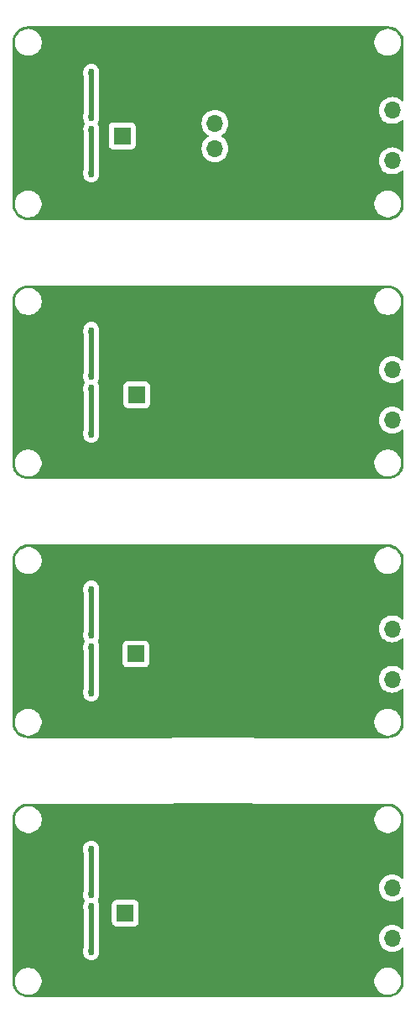
<source format=gbl>
%TF.GenerationSoftware,KiCad,Pcbnew,8.0.1*%
%TF.CreationDate,2024-04-25T19:43:29+08:00*%
%TF.ProjectId,UINIO-Power-LDO,55494e49-4f2d-4506-9f77-65722d4c444f,Version 1.0.0*%
%TF.SameCoordinates,PX7c793c0PY34d0820*%
%TF.FileFunction,Copper,L2,Bot*%
%TF.FilePolarity,Positive*%
%FSLAX46Y46*%
G04 Gerber Fmt 4.6, Leading zero omitted, Abs format (unit mm)*
G04 Created by KiCad (PCBNEW 8.0.1) date 2024-04-25 19:43:29*
%MOMM*%
%LPD*%
G01*
G04 APERTURE LIST*
%TA.AperFunction,ComponentPad*%
%ADD10O,1.800000X1.000000*%
%TD*%
%TA.AperFunction,ComponentPad*%
%ADD11R,1.700000X1.700000*%
%TD*%
%TA.AperFunction,ComponentPad*%
%ADD12O,1.700000X1.700000*%
%TD*%
%TA.AperFunction,ViaPad*%
%ADD13C,0.800000*%
%TD*%
%TA.AperFunction,ViaPad*%
%ADD14C,0.600000*%
%TD*%
%TA.AperFunction,Conductor*%
%ADD15C,0.500000*%
%TD*%
G04 APERTURE END LIST*
D10*
%TO.P,USB3,1,GND*%
%TO.N,GND-SGM2019*%
X90000Y-5676667D03*
%TO.P,USB3,2,GND*%
X90000Y-14316667D03*
%TO.P,USB3,3,GND*%
X-3710000Y-5676667D03*
%TO.P,USB3,4,GND*%
X-3710000Y-14316667D03*
%TD*%
D11*
%TO.P,J7,1,Pin_1*%
%TO.N,GND-ME6211*%
X32770000Y-32310000D03*
D12*
%TO.P,J7,2,Pin_2*%
%TO.N,VCC-ME6211*%
X32770000Y-34850000D03*
%TO.P,J7,3,Pin_3*%
%TO.N,GND-ME6211*%
X32770000Y-37390000D03*
%TO.P,J7,4,Pin_4*%
%TO.N,VCC-ME6211*%
X32770000Y-39930000D03*
%TD*%
D11*
%TO.P,J3,1,Pin_1*%
%TO.N,Net-(D4-A)*%
X5516750Y-11271667D03*
D12*
%TO.P,J3,2,Pin_2*%
%TO.N,GND-SGM2019*%
X5516750Y-8731667D03*
%TD*%
D11*
%TO.P,J9,1,Pin_1*%
%TO.N,GND-XC6206*%
X32770000Y-58423333D03*
D12*
%TO.P,J9,2,Pin_2*%
%TO.N,VCC-XC6206*%
X32770000Y-60963333D03*
%TO.P,J9,3,Pin_3*%
%TO.N,GND-XC6206*%
X32770000Y-63503333D03*
%TO.P,J9,4,Pin_4*%
%TO.N,VCC-XC6206*%
X32770000Y-66043333D03*
%TD*%
D10*
%TO.P,USB4,1,GND*%
%TO.N,GND-AMS1117*%
X90000Y-84016667D03*
%TO.P,USB4,2,GND*%
X90000Y-92656667D03*
%TO.P,USB4,3,GND*%
X-3710000Y-84016667D03*
%TO.P,USB4,4,GND*%
X-3710000Y-92656667D03*
%TD*%
D11*
%TO.P,J1,1,Pin_1*%
%TO.N,Net-(D1-A)*%
X6997600Y-37385000D03*
D12*
%TO.P,J1,2,Pin_2*%
%TO.N,GND-ME6211*%
X6997600Y-34845000D03*
%TD*%
D11*
%TO.P,J5,1,Pin_1*%
%TO.N,GND-SGM2019*%
X32770000Y-6176667D03*
D12*
%TO.P,J5,2,Pin_2*%
%TO.N,VCC-SGM2019*%
X32770000Y-8716667D03*
%TO.P,J5,3,Pin_3*%
%TO.N,GND-SGM2019*%
X32770000Y-11256667D03*
%TO.P,J5,4,Pin_4*%
%TO.N,VCC-SGM2019*%
X32770000Y-13796667D03*
%TD*%
D11*
%TO.P,J2,1,Pin_1*%
%TO.N,Net-(D2-A)*%
X6882000Y-63498333D03*
D12*
%TO.P,J2,2,Pin_2*%
%TO.N,GND-XC6206*%
X6882000Y-60958333D03*
%TD*%
D11*
%TO.P,J4,1,Pin_1*%
%TO.N,GND-SGM2019*%
X14883250Y-7471667D03*
D12*
%TO.P,J4,2,Pin_2*%
%TO.N,Net-(J4-Pin_2)*%
X14883250Y-10011667D03*
%TO.P,J4,3,Pin_3*%
%TO.N,Net-(D4-K)*%
X14883250Y-12551667D03*
%TD*%
D11*
%TO.P,J8,1,Pin_1*%
%TO.N,GND-AMS1117*%
X32770000Y-84536667D03*
D12*
%TO.P,J8,2,Pin_2*%
%TO.N,VCC-AMS1117*%
X32770000Y-87076667D03*
%TO.P,J8,3,Pin_3*%
%TO.N,GND-AMS1117*%
X32770000Y-89616667D03*
%TO.P,J8,4,Pin_4*%
%TO.N,VCC-AMS1117*%
X32770000Y-92156667D03*
%TD*%
D11*
%TO.P,J6,1,Pin_1*%
%TO.N,Net-(D6-A)*%
X5830000Y-89611667D03*
D12*
%TO.P,J6,2,Pin_2*%
%TO.N,GND-AMS1117*%
X5830000Y-87071667D03*
%TD*%
D10*
%TO.P,USB2,1,GND*%
%TO.N,GND-XC6206*%
X90000Y-57903333D03*
%TO.P,USB2,2,GND*%
X90000Y-66543333D03*
%TO.P,USB2,3,GND*%
X-3710000Y-57903333D03*
%TO.P,USB2,4,GND*%
X-3710000Y-66543333D03*
%TD*%
%TO.P,USB1,1,GND*%
%TO.N,GND-ME6211*%
X90000Y-31790000D03*
%TO.P,USB1,2,GND*%
X90000Y-40430000D03*
%TO.P,USB1,3,GND*%
X-3710000Y-31790000D03*
%TO.P,USB1,4,GND*%
X-3710000Y-40430000D03*
%TD*%
D13*
%TO.N,GND-SGM2019*%
X23870000Y-10600000D03*
D14*
%TO.N,Net-(USB3-CC1)*%
X2390000Y-9500000D03*
X2390000Y-4820000D03*
%TO.N,Net-(USB3-CC2)*%
X2390000Y-10520000D03*
X2390000Y-15170000D03*
%TO.N,Net-(USB2-CC2)*%
X2390000Y-67500000D03*
X2390000Y-62710000D03*
%TO.N,Net-(USB2-CC1)*%
X2390000Y-61710000D03*
X2390000Y-56900000D03*
%TO.N,Net-(USB1-CC2)*%
X2390000Y-36630000D03*
X2390000Y-41420000D03*
%TO.N,Net-(USB1-CC1)*%
X2390000Y-30830000D03*
X2390000Y-35610000D03*
%TO.N,Net-(USB4-CC1)*%
X2380000Y-87860000D03*
X2380000Y-83130000D03*
%TO.N,Net-(USB4-CC2)*%
X2390000Y-88830000D03*
X2390000Y-93590000D03*
%TD*%
D15*
%TO.N,Net-(USB3-CC1)*%
X2390000Y-9500000D02*
X2390000Y-4820000D01*
%TO.N,Net-(USB3-CC2)*%
X2390000Y-10520000D02*
X2390000Y-15170000D01*
%TO.N,Net-(USB2-CC2)*%
X2390000Y-62710000D02*
X2390000Y-67500000D01*
%TO.N,Net-(USB2-CC1)*%
X2390000Y-61710000D02*
X2390000Y-56900000D01*
%TO.N,Net-(USB1-CC2)*%
X2390000Y-36630000D02*
X2390000Y-41420000D01*
%TO.N,Net-(USB1-CC1)*%
X2390000Y-35610000D02*
X2390000Y-30830000D01*
%TO.N,Net-(USB4-CC1)*%
X2380000Y-87860000D02*
X2380000Y-83130000D01*
%TO.N,Net-(USB4-CC2)*%
X2390000Y-88830000D02*
X2390000Y-93590000D01*
%TD*%
%TA.AperFunction,Conductor*%
%TO.N,GND-SGM2019*%
G36*
X32384418Y-247483D02*
G01*
X32591679Y-262306D01*
X32609180Y-264823D01*
X32807886Y-308048D01*
X32824852Y-313029D01*
X32948184Y-359029D01*
X33015380Y-384092D01*
X33031473Y-391441D01*
X33209946Y-488893D01*
X33224830Y-498458D01*
X33387623Y-620321D01*
X33400993Y-631907D01*
X33544778Y-775689D01*
X33556364Y-789060D01*
X33678225Y-951844D01*
X33687784Y-966716D01*
X33785248Y-1145202D01*
X33792594Y-1161289D01*
X33863658Y-1351812D01*
X33868643Y-1368787D01*
X33911871Y-1567488D01*
X33914389Y-1584999D01*
X33929184Y-1791791D01*
X33929500Y-1800640D01*
X33929500Y-7666909D01*
X33909815Y-7733948D01*
X33857011Y-7779703D01*
X33787853Y-7789647D01*
X33724297Y-7760622D01*
X33717819Y-7754590D01*
X33641402Y-7678173D01*
X33641395Y-7678168D01*
X33447834Y-7542634D01*
X33447830Y-7542632D01*
X33447828Y-7542631D01*
X33233663Y-7442764D01*
X33233659Y-7442763D01*
X33233655Y-7442761D01*
X33005413Y-7381605D01*
X33005403Y-7381603D01*
X32770001Y-7361008D01*
X32769999Y-7361008D01*
X32534596Y-7381603D01*
X32534586Y-7381605D01*
X32306344Y-7442761D01*
X32306335Y-7442765D01*
X32092171Y-7542631D01*
X32092169Y-7542632D01*
X31898597Y-7678172D01*
X31731505Y-7845264D01*
X31595965Y-8038836D01*
X31595964Y-8038838D01*
X31496098Y-8253002D01*
X31496094Y-8253011D01*
X31434938Y-8481253D01*
X31434936Y-8481263D01*
X31414341Y-8716666D01*
X31414341Y-8716667D01*
X31434936Y-8952070D01*
X31434938Y-8952080D01*
X31496094Y-9180322D01*
X31496096Y-9180326D01*
X31496097Y-9180330D01*
X31567678Y-9333836D01*
X31595965Y-9394497D01*
X31595967Y-9394501D01*
X31701169Y-9544744D01*
X31731505Y-9588068D01*
X31898599Y-9755162D01*
X31995384Y-9822932D01*
X32092165Y-9890699D01*
X32092167Y-9890700D01*
X32092170Y-9890702D01*
X32306337Y-9990570D01*
X32534592Y-10051730D01*
X32722918Y-10068206D01*
X32769999Y-10072326D01*
X32770000Y-10072326D01*
X32770001Y-10072326D01*
X32809234Y-10068893D01*
X33005408Y-10051730D01*
X33233663Y-9990570D01*
X33447830Y-9890702D01*
X33641401Y-9755162D01*
X33717819Y-9678744D01*
X33779142Y-9645259D01*
X33848834Y-9650243D01*
X33904767Y-9692115D01*
X33929184Y-9757579D01*
X33929500Y-9766425D01*
X33929500Y-12746909D01*
X33909815Y-12813948D01*
X33857011Y-12859703D01*
X33787853Y-12869647D01*
X33724297Y-12840622D01*
X33717819Y-12834590D01*
X33641402Y-12758173D01*
X33641395Y-12758168D01*
X33447834Y-12622634D01*
X33447830Y-12622632D01*
X33325233Y-12565464D01*
X33233663Y-12522764D01*
X33233659Y-12522763D01*
X33233655Y-12522761D01*
X33005413Y-12461605D01*
X33005403Y-12461603D01*
X32770001Y-12441008D01*
X32769999Y-12441008D01*
X32534596Y-12461603D01*
X32534586Y-12461605D01*
X32306344Y-12522761D01*
X32306335Y-12522765D01*
X32092171Y-12622631D01*
X32092169Y-12622632D01*
X31898597Y-12758172D01*
X31731505Y-12925264D01*
X31595965Y-13118836D01*
X31595964Y-13118838D01*
X31496098Y-13333002D01*
X31496094Y-13333011D01*
X31434938Y-13561253D01*
X31434936Y-13561263D01*
X31414341Y-13796666D01*
X31414341Y-13796667D01*
X31434936Y-14032070D01*
X31434938Y-14032080D01*
X31496094Y-14260322D01*
X31496096Y-14260326D01*
X31496097Y-14260330D01*
X31595965Y-14474497D01*
X31595967Y-14474501D01*
X31704281Y-14629188D01*
X31731505Y-14668068D01*
X31898599Y-14835162D01*
X31995384Y-14902932D01*
X32092165Y-14970699D01*
X32092167Y-14970700D01*
X32092170Y-14970702D01*
X32306337Y-15070570D01*
X32534592Y-15131730D01*
X32722918Y-15148206D01*
X32769999Y-15152326D01*
X32770000Y-15152326D01*
X32770001Y-15152326D01*
X32809234Y-15148893D01*
X33005408Y-15131730D01*
X33233663Y-15070570D01*
X33447830Y-14970702D01*
X33641401Y-14835162D01*
X33717819Y-14758744D01*
X33779142Y-14725259D01*
X33848834Y-14730243D01*
X33904767Y-14772115D01*
X33929184Y-14837579D01*
X33929500Y-14846425D01*
X33929500Y-18192247D01*
X33929184Y-18201091D01*
X33914364Y-18408341D01*
X33911847Y-18425853D01*
X33868625Y-18624560D01*
X33863640Y-18641536D01*
X33792582Y-18832056D01*
X33785233Y-18848149D01*
X33687782Y-19026623D01*
X33678217Y-19041507D01*
X33556358Y-19204295D01*
X33544772Y-19217666D01*
X33400986Y-19361455D01*
X33387615Y-19373041D01*
X33224836Y-19494898D01*
X33209953Y-19504464D01*
X33031477Y-19601921D01*
X33015383Y-19609271D01*
X32824855Y-19680335D01*
X32807879Y-19685319D01*
X32609185Y-19728542D01*
X32591674Y-19731060D01*
X32402188Y-19744613D01*
X32384878Y-19745851D01*
X32376033Y-19746167D01*
X18770170Y-19746167D01*
X18691162Y-19778894D01*
X18643709Y-19788333D01*
X10716291Y-19788333D01*
X10668838Y-19778894D01*
X10589829Y-19746167D01*
X10589828Y-19746167D01*
X-4015572Y-19746167D01*
X-4024418Y-19745851D01*
X-4038400Y-19744851D01*
X-4090676Y-19725352D01*
X-4116665Y-19736776D01*
X-4141404Y-19737483D01*
X-4231670Y-19731027D01*
X-4249182Y-19728509D01*
X-4447870Y-19685287D01*
X-4464846Y-19680303D01*
X-4655370Y-19609241D01*
X-4671464Y-19601891D01*
X-4849932Y-19504438D01*
X-4864815Y-19494873D01*
X-5027599Y-19373013D01*
X-5040970Y-19361426D01*
X-5184754Y-19217638D01*
X-5196328Y-19204281D01*
X-5318191Y-19041487D01*
X-5327755Y-19026605D01*
X-5421736Y-18854487D01*
X-5425205Y-18848133D01*
X-5432553Y-18832042D01*
X-5503613Y-18641516D01*
X-5508591Y-18624560D01*
X-5551816Y-18425846D01*
X-5554332Y-18408337D01*
X-5560762Y-18318414D01*
X-5548819Y-18263517D01*
X-5557774Y-18249583D01*
X-5333365Y-18249583D01*
X-5320896Y-18266240D01*
X-5314605Y-18290174D01*
X-5288831Y-18452906D01*
X-5287246Y-18462910D01*
X-5224806Y-18655081D01*
X-5221556Y-18665081D01*
X-5125049Y-18854487D01*
X-5000110Y-19026453D01*
X-4849787Y-19176776D01*
X-4677821Y-19301715D01*
X-4677819Y-19301716D01*
X-4677816Y-19301718D01*
X-4488412Y-19398224D01*
X-4286243Y-19463913D01*
X-4286240Y-19463913D01*
X-4286239Y-19463914D01*
X-4226239Y-19473416D01*
X-4113159Y-19491327D01*
X-4074013Y-19509884D01*
X-4055912Y-19500001D01*
X-4029554Y-19497167D01*
X-3863714Y-19497167D01*
X-3863713Y-19497167D01*
X-3653757Y-19463913D01*
X-3451588Y-19398224D01*
X-3262184Y-19301718D01*
X-3240211Y-19285753D01*
X-3090214Y-19176776D01*
X-3090212Y-19176773D01*
X-3090208Y-19176771D01*
X-2939896Y-19026459D01*
X-2939894Y-19026455D01*
X-2939891Y-19026453D01*
X-2814952Y-18854487D01*
X-2814953Y-18854487D01*
X-2814949Y-18854483D01*
X-2718443Y-18665079D01*
X-2652754Y-18462910D01*
X-2619500Y-18252954D01*
X-2619500Y-18242953D01*
X30969500Y-18242953D01*
X30998468Y-18425853D01*
X31002754Y-18452910D01*
X31061341Y-18633222D01*
X31068444Y-18655081D01*
X31164951Y-18844487D01*
X31289890Y-19016453D01*
X31440213Y-19166776D01*
X31612179Y-19291715D01*
X31612181Y-19291716D01*
X31612184Y-19291718D01*
X31801588Y-19388224D01*
X32003757Y-19453913D01*
X32213713Y-19487167D01*
X32213714Y-19487167D01*
X32426286Y-19487167D01*
X32426287Y-19487167D01*
X32636243Y-19453913D01*
X32838412Y-19388224D01*
X33027816Y-19291718D01*
X33129741Y-19217666D01*
X33199786Y-19166776D01*
X33199788Y-19166773D01*
X33199792Y-19166771D01*
X33350104Y-19016459D01*
X33350106Y-19016455D01*
X33350109Y-19016453D01*
X33467786Y-18854483D01*
X33475051Y-18844483D01*
X33571557Y-18655079D01*
X33637246Y-18452910D01*
X33670500Y-18242954D01*
X33670500Y-18030380D01*
X33637246Y-17820424D01*
X33571557Y-17618255D01*
X33475051Y-17428851D01*
X33475049Y-17428848D01*
X33475048Y-17428846D01*
X33350109Y-17256880D01*
X33199786Y-17106557D01*
X33027820Y-16981618D01*
X32838414Y-16885111D01*
X32838413Y-16885110D01*
X32838412Y-16885110D01*
X32636243Y-16819421D01*
X32636241Y-16819420D01*
X32636240Y-16819420D01*
X32474957Y-16793875D01*
X32426287Y-16786167D01*
X32213713Y-16786167D01*
X32165042Y-16793875D01*
X32003760Y-16819420D01*
X31801585Y-16885111D01*
X31612179Y-16981618D01*
X31440213Y-17106557D01*
X31289890Y-17256880D01*
X31164951Y-17428846D01*
X31068444Y-17618252D01*
X31002753Y-17820427D01*
X30969500Y-18030380D01*
X30969500Y-18242953D01*
X-2619500Y-18242953D01*
X-2619500Y-18040380D01*
X-2652754Y-17830424D01*
X-2718443Y-17628255D01*
X-2814949Y-17438851D01*
X-2814951Y-17438848D01*
X-2814952Y-17438846D01*
X-2939891Y-17266880D01*
X-3090214Y-17116557D01*
X-3262180Y-16991618D01*
X-3451586Y-16895111D01*
X-3451587Y-16895110D01*
X-3451588Y-16895110D01*
X-3653757Y-16829421D01*
X-3653759Y-16829420D01*
X-3653760Y-16829420D01*
X-3815043Y-16803875D01*
X-3863713Y-16796167D01*
X-4076287Y-16796167D01*
X-4124958Y-16803875D01*
X-4286240Y-16829420D01*
X-4488415Y-16895111D01*
X-4677821Y-16991618D01*
X-4849787Y-17116557D01*
X-5000110Y-17266880D01*
X-5125049Y-17438846D01*
X-5221556Y-17628252D01*
X-5287247Y-17830427D01*
X-5320500Y-18040380D01*
X-5320500Y-18205773D01*
X-5333365Y-18249583D01*
X-5557774Y-18249583D01*
X-5563477Y-18240708D01*
X-5568184Y-18214617D01*
X-5569184Y-18200632D01*
X-5569500Y-18191788D01*
X-5569500Y-15170003D01*
X1584435Y-15170003D01*
X1587370Y-15196054D01*
X1588092Y-15206157D01*
X1588228Y-15210631D01*
X1588801Y-15214744D01*
X1590583Y-15224573D01*
X1604630Y-15349249D01*
X1664210Y-15519521D01*
X1760184Y-15672262D01*
X1887738Y-15799816D01*
X2040478Y-15895789D01*
X2210745Y-15955368D01*
X2210750Y-15955369D01*
X2389996Y-15975565D01*
X2390000Y-15975565D01*
X2390004Y-15975565D01*
X2569249Y-15955369D01*
X2569252Y-15955368D01*
X2569255Y-15955368D01*
X2739522Y-15895789D01*
X2892262Y-15799816D01*
X3019816Y-15672262D01*
X3115789Y-15519522D01*
X3175368Y-15349255D01*
X3192630Y-15196054D01*
X3195565Y-15170002D01*
X3195565Y-15169999D01*
X3192757Y-15145083D01*
X3192198Y-15123804D01*
X3192701Y-15115391D01*
X3144648Y-14538749D01*
X3144646Y-14538728D01*
X3141333Y-14510282D01*
X3140500Y-14495936D01*
X3140500Y-12169537D01*
X4166250Y-12169537D01*
X4166251Y-12169543D01*
X4172658Y-12229150D01*
X4222952Y-12363995D01*
X4222956Y-12364002D01*
X4309202Y-12479211D01*
X4309205Y-12479214D01*
X4424414Y-12565460D01*
X4424421Y-12565464D01*
X4559267Y-12615758D01*
X4559266Y-12615758D01*
X4566194Y-12616502D01*
X4618877Y-12622167D01*
X6414622Y-12622166D01*
X6474233Y-12615758D01*
X6609081Y-12565463D01*
X6627510Y-12551667D01*
X13527591Y-12551667D01*
X13548186Y-12787070D01*
X13548188Y-12787080D01*
X13609344Y-13015322D01*
X13609346Y-13015326D01*
X13609347Y-13015330D01*
X13647934Y-13098079D01*
X13709215Y-13229497D01*
X13709217Y-13229501D01*
X13781690Y-13333002D01*
X13844755Y-13423068D01*
X14011849Y-13590162D01*
X14108634Y-13657932D01*
X14205415Y-13725699D01*
X14205417Y-13725700D01*
X14205420Y-13725702D01*
X14419587Y-13825570D01*
X14647842Y-13886730D01*
X14836168Y-13903206D01*
X14883249Y-13907326D01*
X14883250Y-13907326D01*
X14883251Y-13907326D01*
X14922484Y-13903893D01*
X15118658Y-13886730D01*
X15346913Y-13825570D01*
X15561080Y-13725702D01*
X15754651Y-13590162D01*
X15921745Y-13423068D01*
X16057285Y-13229497D01*
X16157153Y-13015330D01*
X16218313Y-12787075D01*
X16238909Y-12551667D01*
X16218313Y-12316259D01*
X16157153Y-12088004D01*
X16057285Y-11873838D01*
X15921745Y-11680266D01*
X15921744Y-11680264D01*
X15754652Y-11513173D01*
X15754646Y-11513168D01*
X15569092Y-11383242D01*
X15525467Y-11328665D01*
X15518273Y-11259167D01*
X15549796Y-11196812D01*
X15569092Y-11180092D01*
X15610287Y-11151247D01*
X15754651Y-11050162D01*
X15921745Y-10883068D01*
X16057285Y-10689497D01*
X16157153Y-10475330D01*
X16218313Y-10247075D01*
X16238909Y-10011667D01*
X16218313Y-9776259D01*
X16157153Y-9548004D01*
X16057285Y-9333838D01*
X15949793Y-9180322D01*
X15921744Y-9140264D01*
X15754652Y-8973173D01*
X15754645Y-8973168D01*
X15724528Y-8952080D01*
X15605520Y-8868749D01*
X15561084Y-8837634D01*
X15561080Y-8837632D01*
X15535998Y-8825936D01*
X15346913Y-8737764D01*
X15346909Y-8737763D01*
X15346905Y-8737761D01*
X15118663Y-8676605D01*
X15118653Y-8676603D01*
X14883251Y-8656008D01*
X14883249Y-8656008D01*
X14647846Y-8676603D01*
X14647836Y-8676605D01*
X14419594Y-8737761D01*
X14419585Y-8737765D01*
X14205421Y-8837631D01*
X14205419Y-8837632D01*
X14011847Y-8973172D01*
X13844755Y-9140264D01*
X13709215Y-9333836D01*
X13709214Y-9333838D01*
X13609348Y-9548002D01*
X13609344Y-9548011D01*
X13548188Y-9776253D01*
X13548186Y-9776263D01*
X13527591Y-10011666D01*
X13527591Y-10011667D01*
X13548186Y-10247070D01*
X13548188Y-10247080D01*
X13609344Y-10475322D01*
X13609346Y-10475326D01*
X13609347Y-10475330D01*
X13655642Y-10574609D01*
X13709215Y-10689497D01*
X13709217Y-10689501D01*
X13844751Y-10883062D01*
X13844756Y-10883069D01*
X14011847Y-11050160D01*
X14011853Y-11050165D01*
X14197408Y-11180092D01*
X14241033Y-11234669D01*
X14248227Y-11304167D01*
X14216704Y-11366522D01*
X14197408Y-11383242D01*
X14011847Y-11513172D01*
X13844755Y-11680264D01*
X13709215Y-11873836D01*
X13709214Y-11873838D01*
X13609348Y-12088002D01*
X13609344Y-12088011D01*
X13548188Y-12316253D01*
X13548186Y-12316263D01*
X13527591Y-12551666D01*
X13527591Y-12551667D01*
X6627510Y-12551667D01*
X6724296Y-12479213D01*
X6810546Y-12363998D01*
X6860841Y-12229150D01*
X6867250Y-12169540D01*
X6867249Y-10373795D01*
X6860841Y-10314184D01*
X6810546Y-10179336D01*
X6810545Y-10179335D01*
X6810543Y-10179331D01*
X6724297Y-10064122D01*
X6724294Y-10064119D01*
X6609085Y-9977873D01*
X6609078Y-9977869D01*
X6474232Y-9927575D01*
X6474233Y-9927575D01*
X6414633Y-9921168D01*
X6414631Y-9921167D01*
X6414623Y-9921167D01*
X6414614Y-9921167D01*
X4618879Y-9921167D01*
X4618873Y-9921168D01*
X4559266Y-9927575D01*
X4424421Y-9977869D01*
X4424414Y-9977873D01*
X4309205Y-10064119D01*
X4309202Y-10064122D01*
X4222956Y-10179331D01*
X4222952Y-10179338D01*
X4172658Y-10314184D01*
X4166251Y-10373783D01*
X4166251Y-10373790D01*
X4166250Y-10373802D01*
X4166250Y-12169537D01*
X3140500Y-12169537D01*
X3140500Y-11183362D01*
X3143651Y-11155586D01*
X3144648Y-11151251D01*
X3192701Y-10574608D01*
X3193983Y-10554281D01*
X3194023Y-10553348D01*
X3193821Y-10546734D01*
X3194544Y-10529058D01*
X3195565Y-10520000D01*
X3192625Y-10493917D01*
X3191906Y-10483834D01*
X3191770Y-10479359D01*
X3191769Y-10479355D01*
X3191769Y-10479349D01*
X3191199Y-10475263D01*
X3189416Y-10465432D01*
X3179091Y-10373790D01*
X3175369Y-10340750D01*
X3175368Y-10340745D01*
X3115788Y-10170475D01*
X3078189Y-10110638D01*
X3056406Y-10075971D01*
X3037406Y-10008736D01*
X3056406Y-9944028D01*
X3115789Y-9849522D01*
X3175368Y-9679255D01*
X3179199Y-9645259D01*
X3195565Y-9500002D01*
X3195565Y-9499999D01*
X3192757Y-9475083D01*
X3192198Y-9453804D01*
X3192701Y-9445391D01*
X3144648Y-8868749D01*
X3144646Y-8868728D01*
X3141333Y-8840282D01*
X3140500Y-8825936D01*
X3140500Y-5483362D01*
X3143651Y-5455586D01*
X3144648Y-5451251D01*
X3192701Y-4874608D01*
X3193983Y-4854281D01*
X3194023Y-4853348D01*
X3193821Y-4846734D01*
X3194544Y-4829058D01*
X3195565Y-4820000D01*
X3192625Y-4793917D01*
X3191906Y-4783834D01*
X3191770Y-4779359D01*
X3191769Y-4779355D01*
X3191769Y-4779349D01*
X3191199Y-4775263D01*
X3189416Y-4765432D01*
X3175368Y-4640745D01*
X3115789Y-4470478D01*
X3019816Y-4317738D01*
X2892262Y-4190184D01*
X2739523Y-4094211D01*
X2569254Y-4034631D01*
X2569249Y-4034630D01*
X2390004Y-4014435D01*
X2389996Y-4014435D01*
X2210750Y-4034630D01*
X2210745Y-4034631D01*
X2040476Y-4094211D01*
X1887737Y-4190184D01*
X1760184Y-4317737D01*
X1664211Y-4470476D01*
X1604631Y-4640745D01*
X1604630Y-4640750D01*
X1584435Y-4819996D01*
X1584435Y-4820000D01*
X1586448Y-4837869D01*
X1587242Y-4844918D01*
X1587801Y-4866181D01*
X1587298Y-4874606D01*
X1635353Y-5451268D01*
X1638667Y-5479715D01*
X1639500Y-5494062D01*
X1639500Y-8836632D01*
X1636349Y-8864407D01*
X1635353Y-8868738D01*
X1635352Y-8868743D01*
X1587297Y-9445403D01*
X1586015Y-9465720D01*
X1585975Y-9466658D01*
X1586177Y-9473301D01*
X1585456Y-9490928D01*
X1584435Y-9499998D01*
X1584435Y-9500003D01*
X1587370Y-9526054D01*
X1588092Y-9536157D01*
X1588228Y-9540631D01*
X1588801Y-9544744D01*
X1590583Y-9554573D01*
X1604630Y-9679249D01*
X1664210Y-9849521D01*
X1723593Y-9944028D01*
X1742593Y-10011265D01*
X1723593Y-10075972D01*
X1664211Y-10170476D01*
X1604631Y-10340745D01*
X1604630Y-10340750D01*
X1584435Y-10519996D01*
X1584435Y-10520000D01*
X1586448Y-10537869D01*
X1587242Y-10544918D01*
X1587801Y-10566181D01*
X1587299Y-10574598D01*
X1587298Y-10574609D01*
X1607892Y-10821743D01*
X1635353Y-11151268D01*
X1638667Y-11179715D01*
X1639500Y-11194062D01*
X1639500Y-14506632D01*
X1636349Y-14534407D01*
X1635353Y-14538738D01*
X1635352Y-14538743D01*
X1587297Y-15115403D01*
X1586015Y-15135720D01*
X1585975Y-15136658D01*
X1586177Y-15143301D01*
X1585456Y-15160928D01*
X1584435Y-15169998D01*
X1584435Y-15170003D01*
X-5569500Y-15170003D01*
X-5569500Y-1962953D01*
X-5310500Y-1962953D01*
X-5277247Y-2172906D01*
X-5211556Y-2375081D01*
X-5115049Y-2564487D01*
X-4990110Y-2736453D01*
X-4839787Y-2886776D01*
X-4667821Y-3011715D01*
X-4667819Y-3011716D01*
X-4667816Y-3011718D01*
X-4478412Y-3108224D01*
X-4276243Y-3173913D01*
X-4066287Y-3207167D01*
X-4066286Y-3207167D01*
X-3853714Y-3207167D01*
X-3853713Y-3207167D01*
X-3643757Y-3173913D01*
X-3441588Y-3108224D01*
X-3252184Y-3011718D01*
X-3230211Y-2995753D01*
X-3080214Y-2886776D01*
X-3080212Y-2886773D01*
X-3080208Y-2886771D01*
X-2929896Y-2736459D01*
X-2929894Y-2736455D01*
X-2929891Y-2736453D01*
X-2804952Y-2564487D01*
X-2804953Y-2564487D01*
X-2804949Y-2564483D01*
X-2708443Y-2375079D01*
X-2642754Y-2172910D01*
X-2609500Y-1962954D01*
X-2609500Y-1962953D01*
X30969500Y-1962953D01*
X31002753Y-2172906D01*
X31068444Y-2375081D01*
X31164951Y-2564487D01*
X31289890Y-2736453D01*
X31440213Y-2886776D01*
X31612179Y-3011715D01*
X31612181Y-3011716D01*
X31612184Y-3011718D01*
X31801588Y-3108224D01*
X32003757Y-3173913D01*
X32213713Y-3207167D01*
X32213714Y-3207167D01*
X32426286Y-3207167D01*
X32426287Y-3207167D01*
X32636243Y-3173913D01*
X32838412Y-3108224D01*
X33027816Y-3011718D01*
X33049789Y-2995753D01*
X33199786Y-2886776D01*
X33199788Y-2886773D01*
X33199792Y-2886771D01*
X33350104Y-2736459D01*
X33350106Y-2736455D01*
X33350109Y-2736453D01*
X33475048Y-2564487D01*
X33475047Y-2564487D01*
X33475051Y-2564483D01*
X33571557Y-2375079D01*
X33637246Y-2172910D01*
X33670500Y-1962954D01*
X33670500Y-1750380D01*
X33637246Y-1540424D01*
X33571557Y-1338255D01*
X33475051Y-1148851D01*
X33475049Y-1148848D01*
X33475048Y-1148846D01*
X33350109Y-976880D01*
X33199786Y-826557D01*
X33027820Y-701618D01*
X32838414Y-605111D01*
X32838413Y-605110D01*
X32838412Y-605110D01*
X32636243Y-539421D01*
X32636241Y-539420D01*
X32636240Y-539420D01*
X32474957Y-513875D01*
X32426287Y-506167D01*
X32213713Y-506167D01*
X32165042Y-513875D01*
X32003760Y-539420D01*
X31801585Y-605111D01*
X31612179Y-701618D01*
X31440213Y-826557D01*
X31289890Y-976880D01*
X31164951Y-1148846D01*
X31068444Y-1338252D01*
X31002753Y-1540427D01*
X30969500Y-1750380D01*
X30969500Y-1962953D01*
X-2609500Y-1962953D01*
X-2609500Y-1750380D01*
X-2642754Y-1540424D01*
X-2708443Y-1338255D01*
X-2804949Y-1148851D01*
X-2804951Y-1148848D01*
X-2804952Y-1148846D01*
X-2929891Y-976880D01*
X-3080214Y-826557D01*
X-3252180Y-701618D01*
X-3441586Y-605111D01*
X-3441587Y-605110D01*
X-3441588Y-605110D01*
X-3643757Y-539421D01*
X-3643759Y-539420D01*
X-3643760Y-539420D01*
X-3805043Y-513875D01*
X-3853713Y-506167D01*
X-4066287Y-506167D01*
X-4114958Y-513875D01*
X-4276240Y-539420D01*
X-4478415Y-605111D01*
X-4667821Y-701618D01*
X-4839787Y-826557D01*
X-4990110Y-976880D01*
X-5115049Y-1148846D01*
X-5211556Y-1338252D01*
X-5277247Y-1540427D01*
X-5310500Y-1750380D01*
X-5310500Y-1962953D01*
X-5569500Y-1962953D01*
X-5569500Y-1801102D01*
X-5569184Y-1792254D01*
X-5569151Y-1791791D01*
X-5554358Y-1584990D01*
X-5551841Y-1567490D01*
X-5508613Y-1368784D01*
X-5503630Y-1351813D01*
X-5503629Y-1351812D01*
X-5432565Y-1161279D01*
X-5425216Y-1145191D01*
X-5327764Y-966719D01*
X-5318200Y-951836D01*
X-5196339Y-789045D01*
X-5184754Y-775675D01*
X-5040967Y-631882D01*
X-5027606Y-620303D01*
X-4864806Y-498426D01*
X-4849936Y-488870D01*
X-4760696Y-440137D01*
X-4671459Y-391407D01*
X-4655367Y-384057D01*
X-4464835Y-312983D01*
X-4447879Y-308004D01*
X-4293817Y-274482D01*
X-4249173Y-264769D01*
X-4231662Y-262250D01*
X-4025337Y-247483D01*
X-4016485Y-247167D01*
X32335830Y-247167D01*
X32375572Y-247167D01*
X32384418Y-247483D01*
G37*
%TD.AperFunction*%
%TD*%
%TA.AperFunction,Conductor*%
%TO.N,GND-ME6211*%
G36*
X10496847Y-26369932D02*
G01*
X10499226Y-26370917D01*
X10539471Y-26397804D01*
X10540000Y-26398333D01*
X18819999Y-26398333D01*
X18820000Y-26398333D01*
X18820000Y-26398332D01*
X18820527Y-26397805D01*
X18860790Y-26370910D01*
X18863170Y-26369925D01*
X18910589Y-26360500D01*
X32335830Y-26360500D01*
X32375572Y-26360500D01*
X32384418Y-26360816D01*
X32591675Y-26375639D01*
X32609180Y-26378156D01*
X32807882Y-26421381D01*
X32824847Y-26426362D01*
X33015382Y-26497428D01*
X33031465Y-26504772D01*
X33209940Y-26602228D01*
X33224823Y-26611793D01*
X33387607Y-26733651D01*
X33400978Y-26745237D01*
X33544762Y-26889021D01*
X33556348Y-26902392D01*
X33678206Y-27065176D01*
X33687771Y-27080059D01*
X33785224Y-27258529D01*
X33792574Y-27274623D01*
X33863635Y-27465147D01*
X33868619Y-27482122D01*
X33911842Y-27680816D01*
X33914360Y-27698327D01*
X33929184Y-27905580D01*
X33929500Y-27914427D01*
X33929500Y-33800242D01*
X33909815Y-33867281D01*
X33857011Y-33913036D01*
X33787853Y-33922980D01*
X33724297Y-33893955D01*
X33717819Y-33887923D01*
X33641402Y-33811506D01*
X33641395Y-33811501D01*
X33447834Y-33675967D01*
X33447830Y-33675965D01*
X33447828Y-33675964D01*
X33233663Y-33576097D01*
X33233659Y-33576096D01*
X33233655Y-33576094D01*
X33005413Y-33514938D01*
X33005403Y-33514936D01*
X32770001Y-33494341D01*
X32769999Y-33494341D01*
X32534596Y-33514936D01*
X32534586Y-33514938D01*
X32306344Y-33576094D01*
X32306335Y-33576098D01*
X32092171Y-33675964D01*
X32092169Y-33675965D01*
X31898597Y-33811505D01*
X31731505Y-33978597D01*
X31595965Y-34172169D01*
X31595964Y-34172171D01*
X31496098Y-34386335D01*
X31496094Y-34386344D01*
X31434938Y-34614586D01*
X31434936Y-34614596D01*
X31414341Y-34849999D01*
X31414341Y-34850000D01*
X31434936Y-35085403D01*
X31434938Y-35085413D01*
X31496094Y-35313655D01*
X31496096Y-35313659D01*
X31496097Y-35313663D01*
X31595965Y-35527830D01*
X31595967Y-35527834D01*
X31704281Y-35682521D01*
X31731505Y-35721401D01*
X31898599Y-35888495D01*
X31995384Y-35956265D01*
X32092165Y-36024032D01*
X32092167Y-36024033D01*
X32092170Y-36024035D01*
X32306337Y-36123903D01*
X32306343Y-36123904D01*
X32306344Y-36123905D01*
X32361285Y-36138626D01*
X32534592Y-36185063D01*
X32722918Y-36201539D01*
X32769999Y-36205659D01*
X32770000Y-36205659D01*
X32770001Y-36205659D01*
X32809234Y-36202226D01*
X33005408Y-36185063D01*
X33233663Y-36123903D01*
X33447830Y-36024035D01*
X33641401Y-35888495D01*
X33717819Y-35812077D01*
X33779142Y-35778592D01*
X33848834Y-35783576D01*
X33904767Y-35825448D01*
X33929184Y-35890912D01*
X33929500Y-35899758D01*
X33929500Y-38880242D01*
X33909815Y-38947281D01*
X33857011Y-38993036D01*
X33787853Y-39002980D01*
X33724297Y-38973955D01*
X33717819Y-38967923D01*
X33641402Y-38891506D01*
X33641395Y-38891501D01*
X33447834Y-38755967D01*
X33447830Y-38755965D01*
X33403943Y-38735500D01*
X33233663Y-38656097D01*
X33233659Y-38656096D01*
X33233655Y-38656094D01*
X33005413Y-38594938D01*
X33005403Y-38594936D01*
X32770001Y-38574341D01*
X32769999Y-38574341D01*
X32534596Y-38594936D01*
X32534586Y-38594938D01*
X32306344Y-38656094D01*
X32306335Y-38656098D01*
X32092171Y-38755964D01*
X32092169Y-38755965D01*
X31898597Y-38891505D01*
X31731505Y-39058597D01*
X31595965Y-39252169D01*
X31595964Y-39252171D01*
X31496098Y-39466335D01*
X31496094Y-39466344D01*
X31434938Y-39694586D01*
X31434936Y-39694596D01*
X31414341Y-39929999D01*
X31414341Y-39930000D01*
X31434936Y-40165403D01*
X31434938Y-40165413D01*
X31496094Y-40393655D01*
X31496096Y-40393659D01*
X31496097Y-40393663D01*
X31595965Y-40607830D01*
X31595967Y-40607834D01*
X31692668Y-40745936D01*
X31731505Y-40801401D01*
X31898599Y-40968495D01*
X31995384Y-41036265D01*
X32092165Y-41104032D01*
X32092167Y-41104033D01*
X32092170Y-41104035D01*
X32306337Y-41203903D01*
X32534592Y-41265063D01*
X32722918Y-41281539D01*
X32769999Y-41285659D01*
X32770000Y-41285659D01*
X32770001Y-41285659D01*
X32809234Y-41282226D01*
X33005408Y-41265063D01*
X33233663Y-41203903D01*
X33447830Y-41104035D01*
X33641401Y-40968495D01*
X33717819Y-40892077D01*
X33779142Y-40858592D01*
X33848834Y-40863576D01*
X33904767Y-40905448D01*
X33929184Y-40970912D01*
X33929500Y-40979758D01*
X33929500Y-44305572D01*
X33929184Y-44314419D01*
X33914360Y-44521672D01*
X33911842Y-44539183D01*
X33868619Y-44737877D01*
X33863635Y-44754852D01*
X33792574Y-44945376D01*
X33785224Y-44961470D01*
X33687771Y-45139940D01*
X33678206Y-45154823D01*
X33556348Y-45317607D01*
X33544762Y-45330978D01*
X33400978Y-45474762D01*
X33387607Y-45486348D01*
X33224823Y-45608206D01*
X33209940Y-45617771D01*
X33031470Y-45715224D01*
X33015376Y-45722574D01*
X32824852Y-45793635D01*
X32807877Y-45798619D01*
X32609183Y-45841842D01*
X32591672Y-45844360D01*
X32402550Y-45857887D01*
X32384417Y-45859184D01*
X32375572Y-45859500D01*
X18769062Y-45859500D01*
X18747071Y-45861666D01*
X10612929Y-45861666D01*
X10590938Y-45859500D01*
X10589828Y-45859500D01*
X-4015572Y-45859500D01*
X-4024418Y-45859184D01*
X-4038400Y-45858184D01*
X-4090676Y-45838686D01*
X-4116664Y-45850109D01*
X-4141403Y-45850816D01*
X-4231672Y-45844360D01*
X-4249184Y-45841842D01*
X-4447878Y-45798619D01*
X-4464853Y-45793635D01*
X-4655377Y-45722574D01*
X-4671471Y-45715224D01*
X-4849941Y-45617771D01*
X-4864824Y-45608206D01*
X-5027608Y-45486348D01*
X-5040979Y-45474762D01*
X-5184763Y-45330978D01*
X-5196349Y-45317607D01*
X-5318207Y-45154823D01*
X-5327772Y-45139940D01*
X-5333313Y-45129792D01*
X-5425228Y-44961465D01*
X-5432572Y-44945382D01*
X-5503638Y-44754847D01*
X-5508620Y-44737877D01*
X-5551843Y-44539183D01*
X-5554361Y-44521671D01*
X-5560817Y-44431402D01*
X-5548990Y-44377031D01*
X-5558107Y-44362844D01*
X-5333212Y-44362844D01*
X-5320951Y-44379223D01*
X-5314661Y-44403156D01*
X-5306122Y-44457068D01*
X-5288831Y-44566239D01*
X-5287246Y-44576243D01*
X-5224806Y-44768414D01*
X-5221556Y-44778414D01*
X-5125049Y-44967820D01*
X-5000110Y-45139786D01*
X-4849787Y-45290109D01*
X-4677821Y-45415048D01*
X-4677819Y-45415049D01*
X-4677816Y-45415051D01*
X-4488412Y-45511557D01*
X-4286243Y-45577246D01*
X-4286240Y-45577246D01*
X-4286239Y-45577247D01*
X-4234057Y-45585511D01*
X-4113158Y-45604660D01*
X-4074012Y-45623217D01*
X-4055912Y-45613334D01*
X-4029554Y-45610500D01*
X-3863714Y-45610500D01*
X-3863713Y-45610500D01*
X-3653757Y-45577246D01*
X-3451588Y-45511557D01*
X-3262184Y-45415051D01*
X-3240211Y-45399086D01*
X-3090214Y-45290109D01*
X-3090212Y-45290106D01*
X-3090208Y-45290104D01*
X-2939896Y-45139792D01*
X-2939894Y-45139788D01*
X-2939891Y-45139786D01*
X-2814952Y-44967820D01*
X-2814953Y-44967820D01*
X-2814949Y-44967816D01*
X-2718443Y-44778412D01*
X-2652754Y-44576243D01*
X-2619500Y-44366287D01*
X-2619500Y-44356286D01*
X30969500Y-44356286D01*
X30997095Y-44530517D01*
X31002754Y-44566243D01*
X31049753Y-44710891D01*
X31068444Y-44768414D01*
X31164951Y-44957820D01*
X31289890Y-45129786D01*
X31440213Y-45280109D01*
X31612179Y-45405048D01*
X31612181Y-45405049D01*
X31612184Y-45405051D01*
X31801588Y-45501557D01*
X32003757Y-45567246D01*
X32213713Y-45600500D01*
X32213714Y-45600500D01*
X32426286Y-45600500D01*
X32426287Y-45600500D01*
X32636243Y-45567246D01*
X32838412Y-45501557D01*
X33027816Y-45405051D01*
X33049789Y-45389086D01*
X33199786Y-45280109D01*
X33199788Y-45280106D01*
X33199792Y-45280104D01*
X33350104Y-45129792D01*
X33350106Y-45129788D01*
X33350109Y-45129786D01*
X33475048Y-44957820D01*
X33475047Y-44957820D01*
X33475051Y-44957816D01*
X33571557Y-44768412D01*
X33637246Y-44566243D01*
X33670500Y-44356287D01*
X33670500Y-44143713D01*
X33637246Y-43933757D01*
X33571557Y-43731588D01*
X33475051Y-43542184D01*
X33475049Y-43542181D01*
X33475048Y-43542179D01*
X33350109Y-43370213D01*
X33199786Y-43219890D01*
X33027820Y-43094951D01*
X32838414Y-42998444D01*
X32838413Y-42998443D01*
X32838412Y-42998443D01*
X32636243Y-42932754D01*
X32636241Y-42932753D01*
X32636240Y-42932753D01*
X32474957Y-42907208D01*
X32426287Y-42899500D01*
X32213713Y-42899500D01*
X32165042Y-42907208D01*
X32003760Y-42932753D01*
X31801585Y-42998444D01*
X31612179Y-43094951D01*
X31440213Y-43219890D01*
X31289890Y-43370213D01*
X31164951Y-43542179D01*
X31068444Y-43731585D01*
X31002753Y-43933760D01*
X30969500Y-44143713D01*
X30969500Y-44356286D01*
X-2619500Y-44356286D01*
X-2619500Y-44153713D01*
X-2652754Y-43943757D01*
X-2718443Y-43741588D01*
X-2814949Y-43552184D01*
X-2814951Y-43552181D01*
X-2814952Y-43552179D01*
X-2939891Y-43380213D01*
X-3090214Y-43229890D01*
X-3262180Y-43104951D01*
X-3451586Y-43008444D01*
X-3451587Y-43008443D01*
X-3451588Y-43008443D01*
X-3653757Y-42942754D01*
X-3653759Y-42942753D01*
X-3653760Y-42942753D01*
X-3815043Y-42917208D01*
X-3863713Y-42909500D01*
X-4076287Y-42909500D01*
X-4124958Y-42917208D01*
X-4286240Y-42942753D01*
X-4488415Y-43008444D01*
X-4677821Y-43104951D01*
X-4849787Y-43229890D01*
X-5000110Y-43380213D01*
X-5125049Y-43552179D01*
X-5221556Y-43741585D01*
X-5287247Y-43943760D01*
X-5320500Y-44153713D01*
X-5320500Y-44319553D01*
X-5333212Y-44362844D01*
X-5558107Y-44362844D01*
X-5563477Y-44354488D01*
X-5568184Y-44328400D01*
X-5569184Y-44314419D01*
X-5569500Y-44305572D01*
X-5569500Y-41420003D01*
X1584435Y-41420003D01*
X1587370Y-41446054D01*
X1588092Y-41456157D01*
X1588228Y-41460631D01*
X1588801Y-41464744D01*
X1590583Y-41474573D01*
X1604630Y-41599249D01*
X1664210Y-41769521D01*
X1760184Y-41922262D01*
X1887738Y-42049816D01*
X2040478Y-42145789D01*
X2210745Y-42205368D01*
X2210750Y-42205369D01*
X2389996Y-42225565D01*
X2390000Y-42225565D01*
X2390004Y-42225565D01*
X2569249Y-42205369D01*
X2569252Y-42205368D01*
X2569255Y-42205368D01*
X2739522Y-42145789D01*
X2892262Y-42049816D01*
X3019816Y-41922262D01*
X3115789Y-41769522D01*
X3175368Y-41599255D01*
X3192630Y-41446054D01*
X3195565Y-41420002D01*
X3195565Y-41419999D01*
X3192757Y-41395083D01*
X3192198Y-41373804D01*
X3192701Y-41365391D01*
X3144648Y-40788749D01*
X3144646Y-40788728D01*
X3141333Y-40760282D01*
X3140500Y-40745936D01*
X3140500Y-38282870D01*
X5647100Y-38282870D01*
X5647101Y-38282876D01*
X5653508Y-38342483D01*
X5703802Y-38477328D01*
X5703806Y-38477335D01*
X5790052Y-38592544D01*
X5790055Y-38592547D01*
X5905264Y-38678793D01*
X5905271Y-38678797D01*
X6040117Y-38729091D01*
X6040116Y-38729091D01*
X6047044Y-38729835D01*
X6099727Y-38735500D01*
X7895472Y-38735499D01*
X7955083Y-38729091D01*
X8089931Y-38678796D01*
X8205146Y-38592546D01*
X8291396Y-38477331D01*
X8341691Y-38342483D01*
X8348100Y-38282873D01*
X8348099Y-36487128D01*
X8341691Y-36427517D01*
X8291396Y-36292669D01*
X8291395Y-36292668D01*
X8291393Y-36292664D01*
X8205147Y-36177455D01*
X8205144Y-36177452D01*
X8089935Y-36091206D01*
X8089928Y-36091202D01*
X7955082Y-36040908D01*
X7955083Y-36040908D01*
X7895483Y-36034501D01*
X7895481Y-36034500D01*
X7895473Y-36034500D01*
X7895464Y-36034500D01*
X6099729Y-36034500D01*
X6099723Y-36034501D01*
X6040116Y-36040908D01*
X5905271Y-36091202D01*
X5905264Y-36091206D01*
X5790055Y-36177452D01*
X5790052Y-36177455D01*
X5703806Y-36292664D01*
X5703802Y-36292671D01*
X5653508Y-36427517D01*
X5647101Y-36487116D01*
X5647101Y-36487123D01*
X5647100Y-36487135D01*
X5647100Y-38282870D01*
X3140500Y-38282870D01*
X3140500Y-37293362D01*
X3143651Y-37265586D01*
X3144648Y-37261251D01*
X3192701Y-36684608D01*
X3193983Y-36664281D01*
X3194023Y-36663348D01*
X3193821Y-36656734D01*
X3194544Y-36639058D01*
X3195565Y-36630000D01*
X3192625Y-36603917D01*
X3191906Y-36593834D01*
X3191770Y-36589359D01*
X3191769Y-36589355D01*
X3191769Y-36589349D01*
X3191199Y-36585263D01*
X3189416Y-36575432D01*
X3179468Y-36487135D01*
X3175369Y-36450750D01*
X3175368Y-36450745D01*
X3115788Y-36280475D01*
X3068777Y-36205659D01*
X3056406Y-36185971D01*
X3037406Y-36118736D01*
X3056406Y-36054028D01*
X3115789Y-35959522D01*
X3175368Y-35789255D01*
X3176570Y-35778592D01*
X3195565Y-35610002D01*
X3195565Y-35609999D01*
X3192757Y-35585083D01*
X3192198Y-35563804D01*
X3192701Y-35555391D01*
X3144648Y-34978749D01*
X3144646Y-34978728D01*
X3141333Y-34950282D01*
X3140500Y-34935936D01*
X3140500Y-31493362D01*
X3143651Y-31465586D01*
X3144648Y-31461251D01*
X3192701Y-30884608D01*
X3193983Y-30864281D01*
X3194023Y-30863348D01*
X3193821Y-30856734D01*
X3194544Y-30839058D01*
X3195565Y-30830000D01*
X3192625Y-30803917D01*
X3191906Y-30793834D01*
X3191770Y-30789359D01*
X3191769Y-30789355D01*
X3191769Y-30789349D01*
X3191199Y-30785263D01*
X3189416Y-30775432D01*
X3175368Y-30650745D01*
X3115789Y-30480478D01*
X3019816Y-30327738D01*
X2892262Y-30200184D01*
X2739523Y-30104211D01*
X2569254Y-30044631D01*
X2569249Y-30044630D01*
X2390004Y-30024435D01*
X2389996Y-30024435D01*
X2210750Y-30044630D01*
X2210745Y-30044631D01*
X2040476Y-30104211D01*
X1887737Y-30200184D01*
X1760184Y-30327737D01*
X1664211Y-30480476D01*
X1604631Y-30650745D01*
X1604630Y-30650750D01*
X1584435Y-30829996D01*
X1584435Y-30830000D01*
X1586448Y-30847869D01*
X1587242Y-30854918D01*
X1587801Y-30876181D01*
X1587298Y-30884606D01*
X1635353Y-31461268D01*
X1638667Y-31489715D01*
X1639500Y-31504062D01*
X1639500Y-34946632D01*
X1636349Y-34974407D01*
X1635353Y-34978738D01*
X1635352Y-34978743D01*
X1587297Y-35555403D01*
X1586015Y-35575720D01*
X1585975Y-35576658D01*
X1586177Y-35583301D01*
X1585456Y-35600928D01*
X1584435Y-35609998D01*
X1584435Y-35610003D01*
X1587370Y-35636054D01*
X1588092Y-35646157D01*
X1588228Y-35650631D01*
X1588801Y-35654744D01*
X1590583Y-35664573D01*
X1604630Y-35789249D01*
X1664210Y-35959521D01*
X1723593Y-36054028D01*
X1742593Y-36121265D01*
X1723593Y-36185972D01*
X1664211Y-36280476D01*
X1604631Y-36450745D01*
X1604630Y-36450750D01*
X1584435Y-36629996D01*
X1584435Y-36630000D01*
X1586448Y-36647869D01*
X1587242Y-36654918D01*
X1587801Y-36676181D01*
X1587298Y-36684606D01*
X1635353Y-37261268D01*
X1638667Y-37289715D01*
X1639500Y-37304062D01*
X1639500Y-40756632D01*
X1636349Y-40784407D01*
X1635353Y-40788738D01*
X1635352Y-40788743D01*
X1587297Y-41365403D01*
X1586015Y-41385720D01*
X1585975Y-41386658D01*
X1586177Y-41393301D01*
X1585456Y-41410928D01*
X1584435Y-41419998D01*
X1584435Y-41420003D01*
X-5569500Y-41420003D01*
X-5569500Y-28076286D01*
X-5310500Y-28076286D01*
X-5277247Y-28286239D01*
X-5211556Y-28488414D01*
X-5115049Y-28677820D01*
X-4990110Y-28849786D01*
X-4839787Y-29000109D01*
X-4667821Y-29125048D01*
X-4667819Y-29125049D01*
X-4667816Y-29125051D01*
X-4478412Y-29221557D01*
X-4276243Y-29287246D01*
X-4066287Y-29320500D01*
X-4066286Y-29320500D01*
X-3853714Y-29320500D01*
X-3853713Y-29320500D01*
X-3643757Y-29287246D01*
X-3441588Y-29221557D01*
X-3252184Y-29125051D01*
X-3230211Y-29109086D01*
X-3080214Y-29000109D01*
X-3080212Y-29000106D01*
X-3080208Y-29000104D01*
X-2929896Y-28849792D01*
X-2929894Y-28849788D01*
X-2929891Y-28849786D01*
X-2804952Y-28677820D01*
X-2804953Y-28677820D01*
X-2804949Y-28677816D01*
X-2708443Y-28488412D01*
X-2642754Y-28286243D01*
X-2609500Y-28076287D01*
X-2609500Y-28076286D01*
X30969500Y-28076286D01*
X31002753Y-28286239D01*
X31068444Y-28488414D01*
X31164951Y-28677820D01*
X31289890Y-28849786D01*
X31440213Y-29000109D01*
X31612179Y-29125048D01*
X31612181Y-29125049D01*
X31612184Y-29125051D01*
X31801588Y-29221557D01*
X32003757Y-29287246D01*
X32213713Y-29320500D01*
X32213714Y-29320500D01*
X32426286Y-29320500D01*
X32426287Y-29320500D01*
X32636243Y-29287246D01*
X32838412Y-29221557D01*
X33027816Y-29125051D01*
X33049789Y-29109086D01*
X33199786Y-29000109D01*
X33199788Y-29000106D01*
X33199792Y-29000104D01*
X33350104Y-28849792D01*
X33350106Y-28849788D01*
X33350109Y-28849786D01*
X33475048Y-28677820D01*
X33475047Y-28677820D01*
X33475051Y-28677816D01*
X33571557Y-28488412D01*
X33637246Y-28286243D01*
X33670500Y-28076287D01*
X33670500Y-27863713D01*
X33637246Y-27653757D01*
X33571557Y-27451588D01*
X33475051Y-27262184D01*
X33475049Y-27262181D01*
X33475048Y-27262179D01*
X33350109Y-27090213D01*
X33199786Y-26939890D01*
X33027820Y-26814951D01*
X32838414Y-26718444D01*
X32838413Y-26718443D01*
X32838412Y-26718443D01*
X32636243Y-26652754D01*
X32636241Y-26652753D01*
X32636240Y-26652753D01*
X32474957Y-26627208D01*
X32426287Y-26619500D01*
X32213713Y-26619500D01*
X32165042Y-26627208D01*
X32003760Y-26652753D01*
X31801585Y-26718444D01*
X31612179Y-26814951D01*
X31440213Y-26939890D01*
X31289890Y-27090213D01*
X31164951Y-27262179D01*
X31068444Y-27451585D01*
X31002753Y-27653760D01*
X30969500Y-27863713D01*
X30969500Y-28076286D01*
X-2609500Y-28076286D01*
X-2609500Y-27863713D01*
X-2642754Y-27653757D01*
X-2708443Y-27451588D01*
X-2804949Y-27262184D01*
X-2804951Y-27262181D01*
X-2804952Y-27262179D01*
X-2929891Y-27090213D01*
X-3080214Y-26939890D01*
X-3252180Y-26814951D01*
X-3441586Y-26718444D01*
X-3441587Y-26718443D01*
X-3441588Y-26718443D01*
X-3643757Y-26652754D01*
X-3643759Y-26652753D01*
X-3643760Y-26652753D01*
X-3805043Y-26627208D01*
X-3853713Y-26619500D01*
X-4066287Y-26619500D01*
X-4114958Y-26627208D01*
X-4276240Y-26652753D01*
X-4478415Y-26718444D01*
X-4667821Y-26814951D01*
X-4839787Y-26939890D01*
X-4990110Y-27090213D01*
X-5115049Y-27262179D01*
X-5211556Y-27451585D01*
X-5277247Y-27653760D01*
X-5310500Y-27863713D01*
X-5310500Y-28076286D01*
X-5569500Y-28076286D01*
X-5569500Y-27914427D01*
X-5569184Y-27905581D01*
X-5569184Y-27905580D01*
X-5554361Y-27698322D01*
X-5551843Y-27680816D01*
X-5545957Y-27653760D01*
X-5508618Y-27482113D01*
X-5503639Y-27465155D01*
X-5432570Y-27274611D01*
X-5425230Y-27258539D01*
X-5327768Y-27080052D01*
X-5318212Y-27065182D01*
X-5196344Y-26902385D01*
X-5184770Y-26889028D01*
X-5040972Y-26745230D01*
X-5027615Y-26733656D01*
X-4864818Y-26611788D01*
X-4849948Y-26602232D01*
X-4671461Y-26504770D01*
X-4655389Y-26497430D01*
X-4464845Y-26426361D01*
X-4447887Y-26421382D01*
X-4249179Y-26378156D01*
X-4231678Y-26375639D01*
X-4024418Y-26360816D01*
X-4015572Y-26360500D01*
X-3975830Y-26360500D01*
X10449411Y-26360500D01*
X10496847Y-26369932D01*
G37*
%TD.AperFunction*%
%TD*%
%TA.AperFunction,Conductor*%
%TO.N,GND-XC6206*%
G36*
X18769065Y-52473833D02*
G01*
X18770172Y-52473833D01*
X18869828Y-52473833D01*
X32335830Y-52473833D01*
X32375572Y-52473833D01*
X32384418Y-52474149D01*
X32591673Y-52488972D01*
X32609178Y-52491489D01*
X32807878Y-52534714D01*
X32824837Y-52539693D01*
X33015375Y-52610760D01*
X33031457Y-52618105D01*
X33031523Y-52618141D01*
X33209931Y-52715561D01*
X33224813Y-52725125D01*
X33279529Y-52766086D01*
X33387598Y-52846986D01*
X33400967Y-52858571D01*
X33544752Y-53002360D01*
X33556328Y-53015719D01*
X33584407Y-53053229D01*
X33678189Y-53178510D01*
X33687754Y-53193394D01*
X33785203Y-53371864D01*
X33792552Y-53387957D01*
X33863608Y-53578472D01*
X33868593Y-53595448D01*
X33911814Y-53794150D01*
X33914331Y-53811661D01*
X33929184Y-54019366D01*
X33929500Y-54028211D01*
X33929500Y-59913575D01*
X33909815Y-59980614D01*
X33857011Y-60026369D01*
X33787853Y-60036313D01*
X33724297Y-60007288D01*
X33717819Y-60001256D01*
X33641402Y-59924839D01*
X33641395Y-59924834D01*
X33447834Y-59789300D01*
X33447830Y-59789298D01*
X33447828Y-59789297D01*
X33233663Y-59689430D01*
X33233659Y-59689429D01*
X33233655Y-59689427D01*
X33005413Y-59628271D01*
X33005403Y-59628269D01*
X32770001Y-59607674D01*
X32769999Y-59607674D01*
X32534596Y-59628269D01*
X32534586Y-59628271D01*
X32306344Y-59689427D01*
X32306335Y-59689431D01*
X32092171Y-59789297D01*
X32092169Y-59789298D01*
X31898597Y-59924838D01*
X31731505Y-60091930D01*
X31595965Y-60285502D01*
X31595964Y-60285504D01*
X31496098Y-60499668D01*
X31496094Y-60499677D01*
X31434938Y-60727919D01*
X31434936Y-60727929D01*
X31414341Y-60963332D01*
X31414341Y-60963333D01*
X31434936Y-61198736D01*
X31434938Y-61198746D01*
X31496094Y-61426988D01*
X31496096Y-61426992D01*
X31496097Y-61426996D01*
X31595965Y-61641163D01*
X31595967Y-61641167D01*
X31675495Y-61754744D01*
X31731505Y-61834734D01*
X31898599Y-62001828D01*
X31980996Y-62059523D01*
X32092165Y-62137365D01*
X32092167Y-62137366D01*
X32092170Y-62137368D01*
X32306337Y-62237236D01*
X32534592Y-62298396D01*
X32722918Y-62314872D01*
X32769999Y-62318992D01*
X32770000Y-62318992D01*
X32770001Y-62318992D01*
X32809234Y-62315559D01*
X33005408Y-62298396D01*
X33233663Y-62237236D01*
X33447830Y-62137368D01*
X33641401Y-62001828D01*
X33717819Y-61925410D01*
X33779142Y-61891925D01*
X33848834Y-61896909D01*
X33904767Y-61938781D01*
X33929184Y-62004245D01*
X33929500Y-62013091D01*
X33929500Y-64993575D01*
X33909815Y-65060614D01*
X33857011Y-65106369D01*
X33787853Y-65116313D01*
X33724297Y-65087288D01*
X33717819Y-65081256D01*
X33641402Y-65004839D01*
X33641395Y-65004834D01*
X33447834Y-64869300D01*
X33447830Y-64869298D01*
X33403943Y-64848833D01*
X33233663Y-64769430D01*
X33233659Y-64769429D01*
X33233655Y-64769427D01*
X33005413Y-64708271D01*
X33005403Y-64708269D01*
X32770001Y-64687674D01*
X32769999Y-64687674D01*
X32534596Y-64708269D01*
X32534586Y-64708271D01*
X32306344Y-64769427D01*
X32306335Y-64769431D01*
X32092171Y-64869297D01*
X32092169Y-64869298D01*
X31898597Y-65004838D01*
X31731505Y-65171930D01*
X31595965Y-65365502D01*
X31595964Y-65365504D01*
X31496098Y-65579668D01*
X31496094Y-65579677D01*
X31434938Y-65807919D01*
X31434936Y-65807929D01*
X31414341Y-66043332D01*
X31414341Y-66043333D01*
X31434936Y-66278736D01*
X31434938Y-66278746D01*
X31496094Y-66506988D01*
X31496096Y-66506992D01*
X31496097Y-66506996D01*
X31595965Y-66721163D01*
X31595967Y-66721167D01*
X31669328Y-66825936D01*
X31731505Y-66914734D01*
X31898599Y-67081828D01*
X31995384Y-67149598D01*
X32092165Y-67217365D01*
X32092167Y-67217366D01*
X32092170Y-67217368D01*
X32306337Y-67317236D01*
X32534592Y-67378396D01*
X32722918Y-67394872D01*
X32769999Y-67398992D01*
X32770000Y-67398992D01*
X32770001Y-67398992D01*
X32809234Y-67395559D01*
X33005408Y-67378396D01*
X33233663Y-67317236D01*
X33447830Y-67217368D01*
X33641401Y-67081828D01*
X33717819Y-67005410D01*
X33779142Y-66971925D01*
X33848834Y-66976909D01*
X33904767Y-67018781D01*
X33929184Y-67084245D01*
X33929500Y-67093091D01*
X33929500Y-70418897D01*
X33929184Y-70427745D01*
X33914357Y-70635004D01*
X33911839Y-70652515D01*
X33868613Y-70851211D01*
X33863629Y-70868186D01*
X33792565Y-71058716D01*
X33785215Y-71074808D01*
X33687763Y-71253280D01*
X33678199Y-71268163D01*
X33556338Y-71430954D01*
X33544753Y-71444324D01*
X33400966Y-71588117D01*
X33387596Y-71599703D01*
X33224814Y-71721566D01*
X33209931Y-71731131D01*
X33031458Y-71828592D01*
X33015366Y-71835942D01*
X32824844Y-71907012D01*
X32807869Y-71911997D01*
X32609172Y-71955230D01*
X32591662Y-71957749D01*
X32399309Y-71971517D01*
X32385336Y-71972517D01*
X32376485Y-71972833D01*
X18889195Y-71972833D01*
X18828463Y-71955000D01*
X18820000Y-71955000D01*
X10540000Y-71955000D01*
X10524632Y-71955000D01*
X10497163Y-71969999D01*
X10470805Y-71972833D01*
X-4015572Y-71972833D01*
X-4024418Y-71972517D01*
X-4038400Y-71971517D01*
X-4090675Y-71952019D01*
X-4116664Y-71963443D01*
X-4141404Y-71964149D01*
X-4154373Y-71963222D01*
X-4231676Y-71957693D01*
X-4249187Y-71955175D01*
X-4447882Y-71911952D01*
X-4464857Y-71906968D01*
X-4655381Y-71835907D01*
X-4671474Y-71828558D01*
X-4849947Y-71731106D01*
X-4864831Y-71721541D01*
X-5027624Y-71599678D01*
X-5040994Y-71588092D01*
X-5184779Y-71444310D01*
X-5196365Y-71430939D01*
X-5318226Y-71268155D01*
X-5327783Y-71253287D01*
X-5425252Y-71074791D01*
X-5432595Y-71058710D01*
X-5503659Y-70868187D01*
X-5508644Y-70851212D01*
X-5551872Y-70652511D01*
X-5554390Y-70635000D01*
X-5560873Y-70544386D01*
X-5549162Y-70490546D01*
X-5558442Y-70476106D01*
X-5333059Y-70476106D01*
X-5321008Y-70492203D01*
X-5314716Y-70516142D01*
X-5288830Y-70679576D01*
X-5287246Y-70689576D01*
X-5224806Y-70881747D01*
X-5221556Y-70891747D01*
X-5125049Y-71081153D01*
X-5000110Y-71253119D01*
X-4849787Y-71403442D01*
X-4677821Y-71528381D01*
X-4677819Y-71528382D01*
X-4677816Y-71528384D01*
X-4488412Y-71624890D01*
X-4286243Y-71690579D01*
X-4139424Y-71713833D01*
X-4113159Y-71717993D01*
X-4074013Y-71736550D01*
X-4055912Y-71726667D01*
X-4029554Y-71723833D01*
X-3863714Y-71723833D01*
X-3863713Y-71723833D01*
X-3653757Y-71690579D01*
X-3451588Y-71624890D01*
X-3262184Y-71528384D01*
X-3240211Y-71512419D01*
X-3090214Y-71403442D01*
X-3090212Y-71403439D01*
X-3090208Y-71403437D01*
X-2939896Y-71253125D01*
X-2939894Y-71253121D01*
X-2939891Y-71253119D01*
X-2814952Y-71081153D01*
X-2814953Y-71081153D01*
X-2814949Y-71081149D01*
X-2718443Y-70891745D01*
X-2652754Y-70689576D01*
X-2619500Y-70479620D01*
X-2619500Y-70469620D01*
X30969500Y-70469620D01*
X31002754Y-70679576D01*
X31064037Y-70868186D01*
X31068444Y-70881747D01*
X31164951Y-71071153D01*
X31289890Y-71243119D01*
X31440213Y-71393442D01*
X31612179Y-71518381D01*
X31612181Y-71518382D01*
X31612184Y-71518384D01*
X31801588Y-71614890D01*
X32003757Y-71680579D01*
X32213713Y-71713833D01*
X32213714Y-71713833D01*
X32426286Y-71713833D01*
X32426287Y-71713833D01*
X32636243Y-71680579D01*
X32838412Y-71614890D01*
X33027816Y-71518384D01*
X33148175Y-71430939D01*
X33199786Y-71393442D01*
X33199788Y-71393439D01*
X33199792Y-71393437D01*
X33350104Y-71243125D01*
X33350106Y-71243121D01*
X33350109Y-71243119D01*
X33475048Y-71071153D01*
X33475047Y-71071153D01*
X33475051Y-71071149D01*
X33571557Y-70881745D01*
X33637246Y-70679576D01*
X33670500Y-70469620D01*
X33670500Y-70257046D01*
X33637246Y-70047090D01*
X33571557Y-69844921D01*
X33475051Y-69655517D01*
X33475049Y-69655514D01*
X33475048Y-69655512D01*
X33350109Y-69483546D01*
X33199786Y-69333223D01*
X33027820Y-69208284D01*
X32838414Y-69111777D01*
X32838413Y-69111776D01*
X32838412Y-69111776D01*
X32636243Y-69046087D01*
X32636241Y-69046086D01*
X32636240Y-69046086D01*
X32474957Y-69020541D01*
X32426287Y-69012833D01*
X32213713Y-69012833D01*
X32165042Y-69020541D01*
X32003760Y-69046086D01*
X31801585Y-69111777D01*
X31612179Y-69208284D01*
X31440213Y-69333223D01*
X31289890Y-69483546D01*
X31164951Y-69655512D01*
X31068444Y-69844918D01*
X31002753Y-70047093D01*
X30969500Y-70257046D01*
X30969500Y-70469620D01*
X-2619500Y-70469620D01*
X-2619500Y-70267046D01*
X-2652754Y-70057090D01*
X-2718443Y-69854921D01*
X-2814949Y-69665517D01*
X-2814951Y-69665514D01*
X-2814952Y-69665512D01*
X-2939891Y-69493546D01*
X-3090214Y-69343223D01*
X-3262180Y-69218284D01*
X-3451586Y-69121777D01*
X-3451587Y-69121776D01*
X-3451588Y-69121776D01*
X-3653757Y-69056087D01*
X-3653759Y-69056086D01*
X-3653760Y-69056086D01*
X-3815043Y-69030541D01*
X-3863713Y-69022833D01*
X-4076287Y-69022833D01*
X-4124958Y-69030541D01*
X-4286240Y-69056086D01*
X-4488415Y-69121777D01*
X-4677821Y-69218284D01*
X-4849787Y-69343223D01*
X-5000110Y-69493546D01*
X-5125049Y-69665512D01*
X-5221556Y-69854918D01*
X-5287247Y-70057093D01*
X-5320500Y-70267046D01*
X-5320500Y-70433336D01*
X-5333059Y-70476106D01*
X-5558442Y-70476106D01*
X-5563477Y-70468271D01*
X-5568184Y-70442184D01*
X-5569184Y-70428206D01*
X-5569500Y-70419358D01*
X-5569500Y-67500003D01*
X1584435Y-67500003D01*
X1587370Y-67526054D01*
X1588092Y-67536157D01*
X1588228Y-67540631D01*
X1588801Y-67544744D01*
X1590583Y-67554573D01*
X1604630Y-67679249D01*
X1664210Y-67849521D01*
X1760184Y-68002262D01*
X1887738Y-68129816D01*
X2040478Y-68225789D01*
X2210745Y-68285368D01*
X2210750Y-68285369D01*
X2389996Y-68305565D01*
X2390000Y-68305565D01*
X2390004Y-68305565D01*
X2569249Y-68285369D01*
X2569252Y-68285368D01*
X2569255Y-68285368D01*
X2739522Y-68225789D01*
X2892262Y-68129816D01*
X3019816Y-68002262D01*
X3115789Y-67849522D01*
X3175368Y-67679255D01*
X3192630Y-67526054D01*
X3195565Y-67500002D01*
X3195565Y-67499999D01*
X3192757Y-67475083D01*
X3192198Y-67453804D01*
X3192701Y-67445391D01*
X3144648Y-66868749D01*
X3144646Y-66868728D01*
X3141333Y-66840282D01*
X3140500Y-66825936D01*
X3140500Y-64396203D01*
X5531500Y-64396203D01*
X5531501Y-64396209D01*
X5537908Y-64455816D01*
X5588202Y-64590661D01*
X5588206Y-64590668D01*
X5674452Y-64705877D01*
X5674455Y-64705880D01*
X5789664Y-64792126D01*
X5789671Y-64792130D01*
X5924517Y-64842424D01*
X5924516Y-64842424D01*
X5931444Y-64843168D01*
X5984127Y-64848833D01*
X7779872Y-64848832D01*
X7839483Y-64842424D01*
X7974331Y-64792129D01*
X8089546Y-64705879D01*
X8175796Y-64590664D01*
X8226091Y-64455816D01*
X8232500Y-64396206D01*
X8232499Y-62600461D01*
X8226091Y-62540850D01*
X8175796Y-62406002D01*
X8175795Y-62406001D01*
X8175793Y-62405997D01*
X8089547Y-62290788D01*
X8089544Y-62290785D01*
X7974335Y-62204539D01*
X7974328Y-62204535D01*
X7839482Y-62154241D01*
X7839483Y-62154241D01*
X7779883Y-62147834D01*
X7779881Y-62147833D01*
X7779873Y-62147833D01*
X7779864Y-62147833D01*
X5984129Y-62147833D01*
X5984123Y-62147834D01*
X5924516Y-62154241D01*
X5789671Y-62204535D01*
X5789664Y-62204539D01*
X5674455Y-62290785D01*
X5674452Y-62290788D01*
X5588206Y-62405997D01*
X5588202Y-62406004D01*
X5537908Y-62540850D01*
X5531501Y-62600449D01*
X5531501Y-62600456D01*
X5531500Y-62600468D01*
X5531500Y-64396203D01*
X3140500Y-64396203D01*
X3140500Y-63373362D01*
X3143651Y-63345586D01*
X3144648Y-63341251D01*
X3192701Y-62764608D01*
X3193983Y-62744281D01*
X3194023Y-62743348D01*
X3193821Y-62736734D01*
X3194544Y-62719058D01*
X3195565Y-62710000D01*
X3192625Y-62683917D01*
X3191906Y-62673834D01*
X3191770Y-62669359D01*
X3191769Y-62669355D01*
X3191769Y-62669349D01*
X3191199Y-62665263D01*
X3189416Y-62655432D01*
X3176507Y-62540850D01*
X3175369Y-62530750D01*
X3175368Y-62530745D01*
X3115788Y-62360475D01*
X3062691Y-62275973D01*
X3043690Y-62208736D01*
X3062691Y-62144027D01*
X3115788Y-62059524D01*
X3135977Y-62001828D01*
X3175368Y-61889255D01*
X3192630Y-61736054D01*
X3195565Y-61710002D01*
X3195565Y-61709999D01*
X3192757Y-61685083D01*
X3192198Y-61663804D01*
X3192701Y-61655391D01*
X3144648Y-61078749D01*
X3144646Y-61078728D01*
X3141333Y-61050282D01*
X3140500Y-61035936D01*
X3140500Y-57563362D01*
X3143651Y-57535586D01*
X3144648Y-57531251D01*
X3192701Y-56954608D01*
X3193983Y-56934281D01*
X3194023Y-56933348D01*
X3193821Y-56926734D01*
X3194544Y-56909058D01*
X3195565Y-56900000D01*
X3192625Y-56873917D01*
X3191906Y-56863834D01*
X3191770Y-56859359D01*
X3191769Y-56859355D01*
X3191769Y-56859349D01*
X3191199Y-56855263D01*
X3189416Y-56845432D01*
X3175368Y-56720745D01*
X3115789Y-56550478D01*
X3019816Y-56397738D01*
X2892262Y-56270184D01*
X2739523Y-56174211D01*
X2569254Y-56114631D01*
X2569249Y-56114630D01*
X2390004Y-56094435D01*
X2389996Y-56094435D01*
X2210750Y-56114630D01*
X2210745Y-56114631D01*
X2040476Y-56174211D01*
X1887737Y-56270184D01*
X1760184Y-56397737D01*
X1664211Y-56550476D01*
X1604631Y-56720745D01*
X1604630Y-56720750D01*
X1584435Y-56899996D01*
X1584435Y-56900000D01*
X1586448Y-56917869D01*
X1587242Y-56924918D01*
X1587801Y-56946181D01*
X1587298Y-56954606D01*
X1635353Y-57531268D01*
X1638667Y-57559715D01*
X1639500Y-57574062D01*
X1639500Y-61046632D01*
X1636349Y-61074407D01*
X1635353Y-61078738D01*
X1635352Y-61078743D01*
X1587297Y-61655403D01*
X1586015Y-61675720D01*
X1585975Y-61676658D01*
X1586177Y-61683301D01*
X1585456Y-61700928D01*
X1584435Y-61709998D01*
X1584435Y-61710003D01*
X1587370Y-61736054D01*
X1588092Y-61746157D01*
X1588228Y-61750631D01*
X1588801Y-61754744D01*
X1590583Y-61764573D01*
X1604630Y-61889249D01*
X1664211Y-62059523D01*
X1717309Y-62144029D01*
X1736309Y-62211266D01*
X1717309Y-62275971D01*
X1664209Y-62360479D01*
X1604633Y-62530737D01*
X1604630Y-62530750D01*
X1584435Y-62709996D01*
X1584435Y-62710000D01*
X1586448Y-62727869D01*
X1587242Y-62734918D01*
X1587801Y-62756181D01*
X1587298Y-62764606D01*
X1635353Y-63341268D01*
X1638667Y-63369715D01*
X1639500Y-63384062D01*
X1639500Y-66836632D01*
X1636349Y-66864407D01*
X1635353Y-66868738D01*
X1635352Y-66868743D01*
X1587297Y-67445403D01*
X1586015Y-67465720D01*
X1585975Y-67466658D01*
X1586177Y-67473301D01*
X1585456Y-67490928D01*
X1584435Y-67499998D01*
X1584435Y-67500003D01*
X-5569500Y-67500003D01*
X-5569500Y-54189619D01*
X-5310500Y-54189619D01*
X-5277247Y-54399572D01*
X-5211556Y-54601747D01*
X-5115049Y-54791153D01*
X-4990110Y-54963119D01*
X-4839787Y-55113442D01*
X-4667821Y-55238381D01*
X-4667819Y-55238382D01*
X-4667816Y-55238384D01*
X-4478412Y-55334890D01*
X-4276243Y-55400579D01*
X-4066287Y-55433833D01*
X-4066286Y-55433833D01*
X-3853714Y-55433833D01*
X-3853713Y-55433833D01*
X-3643757Y-55400579D01*
X-3441588Y-55334890D01*
X-3252184Y-55238384D01*
X-3230211Y-55222419D01*
X-3080214Y-55113442D01*
X-3080212Y-55113439D01*
X-3080208Y-55113437D01*
X-2929896Y-54963125D01*
X-2929894Y-54963121D01*
X-2929891Y-54963119D01*
X-2804952Y-54791153D01*
X-2804953Y-54791153D01*
X-2804949Y-54791149D01*
X-2708443Y-54601745D01*
X-2642754Y-54399576D01*
X-2609500Y-54189620D01*
X-2609500Y-54189619D01*
X30969500Y-54189619D01*
X31002753Y-54399572D01*
X31068444Y-54601747D01*
X31164951Y-54791153D01*
X31289890Y-54963119D01*
X31440213Y-55113442D01*
X31612179Y-55238381D01*
X31612181Y-55238382D01*
X31612184Y-55238384D01*
X31801588Y-55334890D01*
X32003757Y-55400579D01*
X32213713Y-55433833D01*
X32213714Y-55433833D01*
X32426286Y-55433833D01*
X32426287Y-55433833D01*
X32636243Y-55400579D01*
X32838412Y-55334890D01*
X33027816Y-55238384D01*
X33049789Y-55222419D01*
X33199786Y-55113442D01*
X33199788Y-55113439D01*
X33199792Y-55113437D01*
X33350104Y-54963125D01*
X33350106Y-54963121D01*
X33350109Y-54963119D01*
X33475048Y-54791153D01*
X33475047Y-54791153D01*
X33475051Y-54791149D01*
X33571557Y-54601745D01*
X33637246Y-54399576D01*
X33670500Y-54189620D01*
X33670500Y-53977046D01*
X33637246Y-53767090D01*
X33571557Y-53564921D01*
X33475051Y-53375517D01*
X33475049Y-53375514D01*
X33475048Y-53375512D01*
X33350109Y-53203546D01*
X33199786Y-53053223D01*
X33027820Y-52928284D01*
X32838414Y-52831777D01*
X32838413Y-52831776D01*
X32838412Y-52831776D01*
X32636243Y-52766087D01*
X32636241Y-52766086D01*
X32636240Y-52766086D01*
X32474957Y-52740541D01*
X32426287Y-52732833D01*
X32213713Y-52732833D01*
X32165042Y-52740541D01*
X32003760Y-52766086D01*
X31801585Y-52831777D01*
X31612179Y-52928284D01*
X31440213Y-53053223D01*
X31289890Y-53203546D01*
X31164951Y-53375512D01*
X31068444Y-53564918D01*
X31002753Y-53767093D01*
X30969500Y-53977046D01*
X30969500Y-54189619D01*
X-2609500Y-54189619D01*
X-2609500Y-53977046D01*
X-2642754Y-53767090D01*
X-2708443Y-53564921D01*
X-2804949Y-53375517D01*
X-2804951Y-53375514D01*
X-2804952Y-53375512D01*
X-2929891Y-53203546D01*
X-3080214Y-53053223D01*
X-3252180Y-52928284D01*
X-3441586Y-52831777D01*
X-3441587Y-52831776D01*
X-3441588Y-52831776D01*
X-3643757Y-52766087D01*
X-3643759Y-52766086D01*
X-3643760Y-52766086D01*
X-3805043Y-52740541D01*
X-3853713Y-52732833D01*
X-4066287Y-52732833D01*
X-4114958Y-52740541D01*
X-4276240Y-52766086D01*
X-4478415Y-52831777D01*
X-4667821Y-52928284D01*
X-4839787Y-53053223D01*
X-4990110Y-53203546D01*
X-5115049Y-53375512D01*
X-5211556Y-53564918D01*
X-5277247Y-53767093D01*
X-5310500Y-53977046D01*
X-5310500Y-54189619D01*
X-5569500Y-54189619D01*
X-5569500Y-54027752D01*
X-5569184Y-54018908D01*
X-5566191Y-53977046D01*
X-5554364Y-53811650D01*
X-5551849Y-53794156D01*
X-5508626Y-53595456D01*
X-5503643Y-53578484D01*
X-5432580Y-53387955D01*
X-5425239Y-53371880D01*
X-5327774Y-53193388D01*
X-5318224Y-53178529D01*
X-5196352Y-53015732D01*
X-5184783Y-53002380D01*
X-5040969Y-52858573D01*
X-5027628Y-52847013D01*
X-4864822Y-52725145D01*
X-4849960Y-52715594D01*
X-4671470Y-52618138D01*
X-4655385Y-52610794D01*
X-4464851Y-52539736D01*
X-4447914Y-52534763D01*
X-4249184Y-52491542D01*
X-4231689Y-52489029D01*
X-4042190Y-52475484D01*
X-4023498Y-52474148D01*
X-4014659Y-52473833D01*
X-3975844Y-52473835D01*
X-3975843Y-52473834D01*
X-3964034Y-52473835D01*
X-3964001Y-52473833D01*
X10590935Y-52473833D01*
X10612934Y-52471666D01*
X18747066Y-52471666D01*
X18769065Y-52473833D01*
G37*
%TD.AperFunction*%
%TD*%
%TA.AperFunction,Conductor*%
%TO.N,GND-AMS1117*%
G36*
X18739443Y-78574438D02*
G01*
X18770172Y-78587167D01*
X32335830Y-78587167D01*
X32375572Y-78587167D01*
X32384418Y-78587483D01*
X32591679Y-78602306D01*
X32609180Y-78604823D01*
X32807886Y-78648048D01*
X32824852Y-78653029D01*
X32948184Y-78699029D01*
X33015380Y-78724092D01*
X33031473Y-78731441D01*
X33209946Y-78828893D01*
X33224830Y-78838458D01*
X33387623Y-78960321D01*
X33400993Y-78971907D01*
X33544778Y-79115689D01*
X33556364Y-79129060D01*
X33678225Y-79291844D01*
X33687784Y-79306716D01*
X33785248Y-79485202D01*
X33792594Y-79501289D01*
X33863658Y-79691812D01*
X33868643Y-79708787D01*
X33911871Y-79907488D01*
X33914389Y-79924999D01*
X33929184Y-80131791D01*
X33929500Y-80140640D01*
X33929500Y-86026909D01*
X33909815Y-86093948D01*
X33857011Y-86139703D01*
X33787853Y-86149647D01*
X33724297Y-86120622D01*
X33717819Y-86114590D01*
X33641402Y-86038173D01*
X33641395Y-86038168D01*
X33447834Y-85902634D01*
X33447830Y-85902632D01*
X33447828Y-85902631D01*
X33233663Y-85802764D01*
X33233659Y-85802763D01*
X33233655Y-85802761D01*
X33005413Y-85741605D01*
X33005403Y-85741603D01*
X32770001Y-85721008D01*
X32769999Y-85721008D01*
X32534596Y-85741603D01*
X32534586Y-85741605D01*
X32306344Y-85802761D01*
X32306335Y-85802765D01*
X32092171Y-85902631D01*
X32092169Y-85902632D01*
X31898597Y-86038172D01*
X31731505Y-86205264D01*
X31595965Y-86398836D01*
X31595964Y-86398838D01*
X31496098Y-86613002D01*
X31496094Y-86613011D01*
X31434938Y-86841253D01*
X31434936Y-86841263D01*
X31414341Y-87076666D01*
X31414341Y-87076667D01*
X31434936Y-87312070D01*
X31434938Y-87312080D01*
X31496094Y-87540322D01*
X31496096Y-87540326D01*
X31496097Y-87540330D01*
X31595965Y-87754497D01*
X31595967Y-87754501D01*
X31701169Y-87904744D01*
X31731505Y-87948068D01*
X31898599Y-88115162D01*
X31995384Y-88182932D01*
X32092165Y-88250699D01*
X32092167Y-88250700D01*
X32092170Y-88250702D01*
X32306337Y-88350570D01*
X32306343Y-88350571D01*
X32306344Y-88350572D01*
X32361285Y-88365293D01*
X32534592Y-88411730D01*
X32722918Y-88428206D01*
X32769999Y-88432326D01*
X32770000Y-88432326D01*
X32770001Y-88432326D01*
X32809234Y-88428893D01*
X33005408Y-88411730D01*
X33233663Y-88350570D01*
X33447830Y-88250702D01*
X33641401Y-88115162D01*
X33717819Y-88038744D01*
X33779142Y-88005259D01*
X33848834Y-88010243D01*
X33904767Y-88052115D01*
X33929184Y-88117579D01*
X33929500Y-88126425D01*
X33929500Y-91106909D01*
X33909815Y-91173948D01*
X33857011Y-91219703D01*
X33787853Y-91229647D01*
X33724297Y-91200622D01*
X33717819Y-91194590D01*
X33641402Y-91118173D01*
X33641395Y-91118168D01*
X33447834Y-90982634D01*
X33447830Y-90982632D01*
X33403943Y-90962167D01*
X33233663Y-90882764D01*
X33233659Y-90882763D01*
X33233655Y-90882761D01*
X33005413Y-90821605D01*
X33005403Y-90821603D01*
X32770001Y-90801008D01*
X32769999Y-90801008D01*
X32534596Y-90821603D01*
X32534586Y-90821605D01*
X32306344Y-90882761D01*
X32306335Y-90882765D01*
X32092171Y-90982631D01*
X32092169Y-90982632D01*
X31898597Y-91118172D01*
X31731505Y-91285264D01*
X31595965Y-91478836D01*
X31595964Y-91478838D01*
X31496098Y-91693002D01*
X31496094Y-91693011D01*
X31434938Y-91921253D01*
X31434936Y-91921263D01*
X31414341Y-92156666D01*
X31414341Y-92156667D01*
X31434936Y-92392070D01*
X31434938Y-92392080D01*
X31496094Y-92620322D01*
X31496096Y-92620326D01*
X31496097Y-92620330D01*
X31595965Y-92834497D01*
X31595967Y-92834501D01*
X31682967Y-92958749D01*
X31731505Y-93028068D01*
X31898599Y-93195162D01*
X31995384Y-93262932D01*
X32092165Y-93330699D01*
X32092167Y-93330700D01*
X32092170Y-93330702D01*
X32306337Y-93430570D01*
X32534592Y-93491730D01*
X32722918Y-93508206D01*
X32769999Y-93512326D01*
X32770000Y-93512326D01*
X32770001Y-93512326D01*
X32809234Y-93508893D01*
X33005408Y-93491730D01*
X33233663Y-93430570D01*
X33447830Y-93330702D01*
X33641401Y-93195162D01*
X33717819Y-93118744D01*
X33779142Y-93085259D01*
X33848834Y-93090243D01*
X33904767Y-93132115D01*
X33929184Y-93197579D01*
X33929500Y-93206425D01*
X33929500Y-96532247D01*
X33929184Y-96541091D01*
X33914364Y-96748340D01*
X33911846Y-96765853D01*
X33868626Y-96964539D01*
X33863642Y-96981515D01*
X33792583Y-97172034D01*
X33785233Y-97188129D01*
X33687780Y-97366598D01*
X33678214Y-97381482D01*
X33556359Y-97544257D01*
X33544773Y-97557628D01*
X33400985Y-97701411D01*
X33387613Y-97712997D01*
X33224832Y-97834846D01*
X33209948Y-97844411D01*
X33031474Y-97941858D01*
X33015379Y-97949207D01*
X32824863Y-98020258D01*
X32807896Y-98025239D01*
X32609200Y-98068454D01*
X32591688Y-98070970D01*
X32383498Y-98085850D01*
X32374653Y-98086166D01*
X32324033Y-98086164D01*
X32324001Y-98086167D01*
X-4015572Y-98086167D01*
X-4024418Y-98085851D01*
X-4038400Y-98084851D01*
X-4090674Y-98065353D01*
X-4116663Y-98076777D01*
X-4141402Y-98077484D01*
X-4231679Y-98071027D01*
X-4249190Y-98068509D01*
X-4447884Y-98025287D01*
X-4464860Y-98020303D01*
X-4655392Y-97949240D01*
X-4671484Y-97941891D01*
X-4849958Y-97844440D01*
X-4864842Y-97834875D01*
X-5027629Y-97713018D01*
X-5041000Y-97701433D01*
X-5184796Y-97557642D01*
X-5196381Y-97544272D01*
X-5216969Y-97516771D01*
X-5318246Y-97381488D01*
X-5327805Y-97366615D01*
X-5425272Y-97188128D01*
X-5432615Y-97172050D01*
X-5503689Y-96981510D01*
X-5508672Y-96964537D01*
X-5551901Y-96765848D01*
X-5554420Y-96748341D01*
X-5560930Y-96657362D01*
X-5549339Y-96604068D01*
X-5558787Y-96589366D01*
X-5332902Y-96589366D01*
X-5321066Y-96605175D01*
X-5314773Y-96629115D01*
X-5288830Y-96792910D01*
X-5287246Y-96802910D01*
X-5224806Y-96995081D01*
X-5221556Y-97005081D01*
X-5125049Y-97194487D01*
X-5000110Y-97366453D01*
X-4849787Y-97516776D01*
X-4677821Y-97641715D01*
X-4677819Y-97641716D01*
X-4677816Y-97641718D01*
X-4488412Y-97738224D01*
X-4286243Y-97803913D01*
X-4113158Y-97831327D01*
X-4074012Y-97849884D01*
X-4055912Y-97840001D01*
X-4029554Y-97837167D01*
X-3863714Y-97837167D01*
X-3863713Y-97837167D01*
X-3653757Y-97803913D01*
X-3451588Y-97738224D01*
X-3262184Y-97641718D01*
X-3240211Y-97625753D01*
X-3090214Y-97516776D01*
X-3090212Y-97516773D01*
X-3090208Y-97516771D01*
X-2939896Y-97366459D01*
X-2939894Y-97366455D01*
X-2939891Y-97366453D01*
X-2814952Y-97194487D01*
X-2814953Y-97194487D01*
X-2814949Y-97194483D01*
X-2718443Y-97005079D01*
X-2652754Y-96802910D01*
X-2619500Y-96592954D01*
X-2619500Y-96582954D01*
X30969500Y-96582954D01*
X30976811Y-96629115D01*
X30998468Y-96765853D01*
X31002754Y-96792910D01*
X31058519Y-96964537D01*
X31068444Y-96995081D01*
X31164951Y-97184487D01*
X31289890Y-97356453D01*
X31440213Y-97506776D01*
X31612179Y-97631715D01*
X31612181Y-97631716D01*
X31612184Y-97631718D01*
X31801588Y-97728224D01*
X32003757Y-97793913D01*
X32213713Y-97827167D01*
X32213714Y-97827167D01*
X32426286Y-97827167D01*
X32426287Y-97827167D01*
X32636243Y-97793913D01*
X32838412Y-97728224D01*
X33027816Y-97631718D01*
X33138401Y-97551374D01*
X33199786Y-97506776D01*
X33199788Y-97506773D01*
X33199792Y-97506771D01*
X33350104Y-97356459D01*
X33350106Y-97356455D01*
X33350109Y-97356453D01*
X33475048Y-97184487D01*
X33475047Y-97184487D01*
X33475051Y-97184483D01*
X33571557Y-96995079D01*
X33637246Y-96792910D01*
X33670500Y-96582954D01*
X33670500Y-96370380D01*
X33637246Y-96160424D01*
X33571557Y-95958255D01*
X33475051Y-95768851D01*
X33475049Y-95768848D01*
X33475048Y-95768846D01*
X33350109Y-95596880D01*
X33199786Y-95446557D01*
X33027820Y-95321618D01*
X32838414Y-95225111D01*
X32838413Y-95225110D01*
X32838412Y-95225110D01*
X32636243Y-95159421D01*
X32636241Y-95159420D01*
X32636240Y-95159420D01*
X32474957Y-95133875D01*
X32426287Y-95126167D01*
X32213713Y-95126167D01*
X32165042Y-95133875D01*
X32003760Y-95159420D01*
X31801585Y-95225111D01*
X31612179Y-95321618D01*
X31440213Y-95446557D01*
X31289890Y-95596880D01*
X31164951Y-95768846D01*
X31068444Y-95958252D01*
X31002753Y-96160427D01*
X30969500Y-96370380D01*
X30969500Y-96582954D01*
X-2619500Y-96582954D01*
X-2619500Y-96380380D01*
X-2652754Y-96170424D01*
X-2718443Y-95968255D01*
X-2814949Y-95778851D01*
X-2814951Y-95778848D01*
X-2814952Y-95778846D01*
X-2939891Y-95606880D01*
X-3090214Y-95456557D01*
X-3262180Y-95331618D01*
X-3451586Y-95235111D01*
X-3451587Y-95235110D01*
X-3451588Y-95235110D01*
X-3653757Y-95169421D01*
X-3653759Y-95169420D01*
X-3653760Y-95169420D01*
X-3815043Y-95143875D01*
X-3863713Y-95136167D01*
X-4076287Y-95136167D01*
X-4124958Y-95143875D01*
X-4286240Y-95169420D01*
X-4488415Y-95235111D01*
X-4677821Y-95331618D01*
X-4849787Y-95456557D01*
X-5000110Y-95606880D01*
X-5125049Y-95778846D01*
X-5221556Y-95968252D01*
X-5287247Y-96170427D01*
X-5320500Y-96380380D01*
X-5320500Y-96547133D01*
X-5332902Y-96589366D01*
X-5558787Y-96589366D01*
X-5563477Y-96582068D01*
X-5568184Y-96555983D01*
X-5569184Y-96542008D01*
X-5569500Y-96533158D01*
X-5569500Y-87860003D01*
X1574435Y-87860003D01*
X1577370Y-87886054D01*
X1578092Y-87896157D01*
X1578228Y-87900631D01*
X1578801Y-87904744D01*
X1580583Y-87914573D01*
X1594630Y-88039249D01*
X1654211Y-88209523D01*
X1702884Y-88286985D01*
X1721884Y-88354222D01*
X1702885Y-88418928D01*
X1664208Y-88480482D01*
X1604633Y-88650737D01*
X1604630Y-88650750D01*
X1584435Y-88829996D01*
X1584435Y-88830000D01*
X1586448Y-88847869D01*
X1587242Y-88854918D01*
X1587801Y-88876181D01*
X1587298Y-88884606D01*
X1635353Y-89461268D01*
X1638667Y-89489715D01*
X1639500Y-89504062D01*
X1639500Y-92926632D01*
X1636349Y-92954407D01*
X1635353Y-92958738D01*
X1635352Y-92958743D01*
X1587297Y-93535403D01*
X1586015Y-93555720D01*
X1585975Y-93556658D01*
X1586177Y-93563301D01*
X1585456Y-93580928D01*
X1584435Y-93589998D01*
X1584435Y-93590003D01*
X1587370Y-93616054D01*
X1588092Y-93626157D01*
X1588228Y-93630631D01*
X1588801Y-93634744D01*
X1590583Y-93644573D01*
X1604630Y-93769249D01*
X1664210Y-93939521D01*
X1760184Y-94092262D01*
X1887738Y-94219816D01*
X2040478Y-94315789D01*
X2210745Y-94375368D01*
X2210750Y-94375369D01*
X2389996Y-94395565D01*
X2390000Y-94395565D01*
X2390004Y-94395565D01*
X2569249Y-94375369D01*
X2569252Y-94375368D01*
X2569255Y-94375368D01*
X2739522Y-94315789D01*
X2892262Y-94219816D01*
X3019816Y-94092262D01*
X3115789Y-93939522D01*
X3175368Y-93769255D01*
X3192630Y-93616054D01*
X3195565Y-93590002D01*
X3195565Y-93589999D01*
X3192757Y-93565083D01*
X3192198Y-93543804D01*
X3192701Y-93535391D01*
X3144648Y-92958749D01*
X3144646Y-92958728D01*
X3141333Y-92930282D01*
X3140500Y-92915936D01*
X3140500Y-90509537D01*
X4479500Y-90509537D01*
X4479501Y-90509543D01*
X4485908Y-90569150D01*
X4536202Y-90703995D01*
X4536206Y-90704002D01*
X4622452Y-90819211D01*
X4622455Y-90819214D01*
X4737664Y-90905460D01*
X4737671Y-90905464D01*
X4872517Y-90955758D01*
X4872516Y-90955758D01*
X4879444Y-90956502D01*
X4932127Y-90962167D01*
X6727872Y-90962166D01*
X6787483Y-90955758D01*
X6922331Y-90905463D01*
X7037546Y-90819213D01*
X7123796Y-90703998D01*
X7174091Y-90569150D01*
X7180500Y-90509540D01*
X7180499Y-88713795D01*
X7174091Y-88654184D01*
X7172810Y-88650750D01*
X7123797Y-88519338D01*
X7123793Y-88519331D01*
X7037547Y-88404122D01*
X7037544Y-88404119D01*
X6922335Y-88317873D01*
X6922328Y-88317869D01*
X6787482Y-88267575D01*
X6787483Y-88267575D01*
X6727883Y-88261168D01*
X6727881Y-88261167D01*
X6727873Y-88261167D01*
X6727864Y-88261167D01*
X4932129Y-88261167D01*
X4932123Y-88261168D01*
X4872516Y-88267575D01*
X4737671Y-88317869D01*
X4737664Y-88317873D01*
X4622455Y-88404119D01*
X4622452Y-88404122D01*
X4536206Y-88519331D01*
X4536202Y-88519338D01*
X4485908Y-88654184D01*
X4479501Y-88713783D01*
X4479501Y-88713790D01*
X4479500Y-88713802D01*
X4479500Y-90509537D01*
X3140500Y-90509537D01*
X3140500Y-89493362D01*
X3143651Y-89465586D01*
X3144648Y-89461251D01*
X3192701Y-88884608D01*
X3193983Y-88864281D01*
X3194023Y-88863348D01*
X3193821Y-88856734D01*
X3194544Y-88839058D01*
X3195565Y-88830000D01*
X3192625Y-88803917D01*
X3191906Y-88793834D01*
X3191770Y-88789359D01*
X3191769Y-88789355D01*
X3191769Y-88789349D01*
X3191199Y-88785263D01*
X3189416Y-88775432D01*
X3181185Y-88702373D01*
X3175369Y-88650750D01*
X3175368Y-88650745D01*
X3115788Y-88480475D01*
X3067115Y-88403014D01*
X3048114Y-88335777D01*
X3067112Y-88271073D01*
X3105789Y-88209522D01*
X3165368Y-88039255D01*
X3169199Y-88005259D01*
X3185565Y-87860002D01*
X3185565Y-87859999D01*
X3182757Y-87835083D01*
X3182198Y-87813804D01*
X3182701Y-87805391D01*
X3134648Y-87228749D01*
X3134646Y-87228728D01*
X3131333Y-87200282D01*
X3130500Y-87185936D01*
X3130500Y-83793362D01*
X3133651Y-83765586D01*
X3134648Y-83761251D01*
X3182701Y-83184608D01*
X3183983Y-83164281D01*
X3184023Y-83163348D01*
X3183821Y-83156734D01*
X3184544Y-83139058D01*
X3185565Y-83130000D01*
X3182625Y-83103917D01*
X3181906Y-83093834D01*
X3181770Y-83089359D01*
X3181769Y-83089355D01*
X3181769Y-83089349D01*
X3181199Y-83085263D01*
X3179416Y-83075432D01*
X3165368Y-82950745D01*
X3105789Y-82780478D01*
X3009816Y-82627738D01*
X2882262Y-82500184D01*
X2729523Y-82404211D01*
X2559254Y-82344631D01*
X2559249Y-82344630D01*
X2380004Y-82324435D01*
X2379996Y-82324435D01*
X2200750Y-82344630D01*
X2200745Y-82344631D01*
X2030476Y-82404211D01*
X1877737Y-82500184D01*
X1750184Y-82627737D01*
X1654211Y-82780476D01*
X1594631Y-82950745D01*
X1594630Y-82950750D01*
X1574435Y-83129996D01*
X1574435Y-83130000D01*
X1576448Y-83147869D01*
X1577242Y-83154918D01*
X1577801Y-83176181D01*
X1577298Y-83184606D01*
X1625353Y-83761268D01*
X1628667Y-83789715D01*
X1629500Y-83804062D01*
X1629500Y-87196632D01*
X1626349Y-87224407D01*
X1625353Y-87228738D01*
X1625352Y-87228743D01*
X1577297Y-87805403D01*
X1576015Y-87825720D01*
X1575975Y-87826658D01*
X1576177Y-87833301D01*
X1575456Y-87850928D01*
X1574435Y-87859998D01*
X1574435Y-87860003D01*
X-5569500Y-87860003D01*
X-5569500Y-80302953D01*
X-5310500Y-80302953D01*
X-5277247Y-80512906D01*
X-5211556Y-80715081D01*
X-5115049Y-80904487D01*
X-4990110Y-81076453D01*
X-4839787Y-81226776D01*
X-4667821Y-81351715D01*
X-4667819Y-81351716D01*
X-4667816Y-81351718D01*
X-4478412Y-81448224D01*
X-4276243Y-81513913D01*
X-4066287Y-81547167D01*
X-4066286Y-81547167D01*
X-3853714Y-81547167D01*
X-3853713Y-81547167D01*
X-3643757Y-81513913D01*
X-3441588Y-81448224D01*
X-3252184Y-81351718D01*
X-3230211Y-81335753D01*
X-3080214Y-81226776D01*
X-3080212Y-81226773D01*
X-3080208Y-81226771D01*
X-2929896Y-81076459D01*
X-2929894Y-81076455D01*
X-2929891Y-81076453D01*
X-2804952Y-80904487D01*
X-2804953Y-80904487D01*
X-2804949Y-80904483D01*
X-2708443Y-80715079D01*
X-2642754Y-80512910D01*
X-2609500Y-80302954D01*
X-2609500Y-80302953D01*
X30969500Y-80302953D01*
X31002753Y-80512906D01*
X31068444Y-80715081D01*
X31164951Y-80904487D01*
X31289890Y-81076453D01*
X31440213Y-81226776D01*
X31612179Y-81351715D01*
X31612181Y-81351716D01*
X31612184Y-81351718D01*
X31801588Y-81448224D01*
X32003757Y-81513913D01*
X32213713Y-81547167D01*
X32213714Y-81547167D01*
X32426286Y-81547167D01*
X32426287Y-81547167D01*
X32636243Y-81513913D01*
X32838412Y-81448224D01*
X33027816Y-81351718D01*
X33049789Y-81335753D01*
X33199786Y-81226776D01*
X33199788Y-81226773D01*
X33199792Y-81226771D01*
X33350104Y-81076459D01*
X33350106Y-81076455D01*
X33350109Y-81076453D01*
X33475048Y-80904487D01*
X33475047Y-80904487D01*
X33475051Y-80904483D01*
X33571557Y-80715079D01*
X33637246Y-80512910D01*
X33670500Y-80302954D01*
X33670500Y-80090380D01*
X33637246Y-79880424D01*
X33571557Y-79678255D01*
X33475051Y-79488851D01*
X33475049Y-79488848D01*
X33475048Y-79488846D01*
X33350109Y-79316880D01*
X33199786Y-79166557D01*
X33027820Y-79041618D01*
X32838414Y-78945111D01*
X32838413Y-78945110D01*
X32838412Y-78945110D01*
X32636243Y-78879421D01*
X32636241Y-78879420D01*
X32636240Y-78879420D01*
X32474957Y-78853875D01*
X32426287Y-78846167D01*
X32213713Y-78846167D01*
X32165042Y-78853875D01*
X32003760Y-78879420D01*
X31801585Y-78945111D01*
X31612179Y-79041618D01*
X31440213Y-79166557D01*
X31289890Y-79316880D01*
X31164951Y-79488846D01*
X31068444Y-79678252D01*
X31002753Y-79880427D01*
X30969500Y-80090380D01*
X30969500Y-80302953D01*
X-2609500Y-80302953D01*
X-2609500Y-80090380D01*
X-2642754Y-79880424D01*
X-2708443Y-79678255D01*
X-2804949Y-79488851D01*
X-2804951Y-79488848D01*
X-2804952Y-79488846D01*
X-2929891Y-79316880D01*
X-3080214Y-79166557D01*
X-3252180Y-79041618D01*
X-3441586Y-78945111D01*
X-3441587Y-78945110D01*
X-3441588Y-78945110D01*
X-3643757Y-78879421D01*
X-3643759Y-78879420D01*
X-3643760Y-78879420D01*
X-3805043Y-78853875D01*
X-3853713Y-78846167D01*
X-4066287Y-78846167D01*
X-4114958Y-78853875D01*
X-4276240Y-78879420D01*
X-4478415Y-78945111D01*
X-4667821Y-79041618D01*
X-4839787Y-79166557D01*
X-4990110Y-79316880D01*
X-5115049Y-79488846D01*
X-5211556Y-79678252D01*
X-5277247Y-79880427D01*
X-5310500Y-80090380D01*
X-5310500Y-80302953D01*
X-5569500Y-80302953D01*
X-5569500Y-80141102D01*
X-5569184Y-80132254D01*
X-5569151Y-80131791D01*
X-5554358Y-79924990D01*
X-5551841Y-79907490D01*
X-5508613Y-79708784D01*
X-5503630Y-79691813D01*
X-5503629Y-79691812D01*
X-5432565Y-79501279D01*
X-5425216Y-79485191D01*
X-5327764Y-79306719D01*
X-5318200Y-79291836D01*
X-5196339Y-79129045D01*
X-5184754Y-79115675D01*
X-5040967Y-78971882D01*
X-5027606Y-78960303D01*
X-4864806Y-78838426D01*
X-4849936Y-78828870D01*
X-4760696Y-78780137D01*
X-4671459Y-78731407D01*
X-4655367Y-78724057D01*
X-4464835Y-78652983D01*
X-4447879Y-78648004D01*
X-4293817Y-78614482D01*
X-4249173Y-78604769D01*
X-4231662Y-78602250D01*
X-4025337Y-78587483D01*
X-4016485Y-78587167D01*
X10589826Y-78587167D01*
X10589828Y-78587167D01*
X10620556Y-78574438D01*
X10668009Y-78565000D01*
X18691991Y-78565000D01*
X18739443Y-78574438D01*
G37*
%TD.AperFunction*%
%TD*%
%TA.AperFunction,Conductor*%
%TO.N,Net-(USB3-CC1)*%
G36*
X2637507Y-8903427D02*
G01*
X2640894Y-8910728D01*
X2688947Y-9487370D01*
X2686219Y-9495900D01*
X2678259Y-9500002D01*
X2677326Y-9500042D01*
X2390039Y-9500999D01*
X2389961Y-9500999D01*
X2102673Y-9500042D01*
X2094411Y-9496588D01*
X2091012Y-9488303D01*
X2091052Y-9487370D01*
X2139106Y-8910728D01*
X2143208Y-8902768D01*
X2150766Y-8900000D01*
X2629234Y-8900000D01*
X2637507Y-8903427D01*
G37*
%TD.AperFunction*%
%TD*%
%TA.AperFunction,Conductor*%
%TO.N,Net-(USB3-CC1)*%
G36*
X2677327Y-4819957D02*
G01*
X2685588Y-4823411D01*
X2688987Y-4831696D01*
X2688947Y-4832629D01*
X2640894Y-5409272D01*
X2636792Y-5417232D01*
X2629234Y-5420000D01*
X2150766Y-5420000D01*
X2142493Y-5416573D01*
X2139106Y-5409272D01*
X2091052Y-4832629D01*
X2093780Y-4824099D01*
X2101740Y-4819997D01*
X2102653Y-4819957D01*
X2390000Y-4819000D01*
X2677327Y-4819957D01*
G37*
%TD.AperFunction*%
%TD*%
%TA.AperFunction,Conductor*%
%TO.N,Net-(USB3-CC2)*%
G36*
X2637507Y-14573427D02*
G01*
X2640894Y-14580728D01*
X2688947Y-15157370D01*
X2686219Y-15165900D01*
X2678259Y-15170002D01*
X2677326Y-15170042D01*
X2390039Y-15170999D01*
X2389961Y-15170999D01*
X2102673Y-15170042D01*
X2094411Y-15166588D01*
X2091012Y-15158303D01*
X2091052Y-15157370D01*
X2139106Y-14580728D01*
X2143208Y-14572768D01*
X2150766Y-14570000D01*
X2629234Y-14570000D01*
X2637507Y-14573427D01*
G37*
%TD.AperFunction*%
%TD*%
%TA.AperFunction,Conductor*%
%TO.N,Net-(USB3-CC2)*%
G36*
X2677327Y-10519957D02*
G01*
X2685588Y-10523411D01*
X2688987Y-10531696D01*
X2688947Y-10532629D01*
X2640894Y-11109272D01*
X2636792Y-11117232D01*
X2629234Y-11120000D01*
X2150766Y-11120000D01*
X2142493Y-11116573D01*
X2139106Y-11109272D01*
X2091052Y-10532629D01*
X2093780Y-10524099D01*
X2101740Y-10519997D01*
X2102653Y-10519957D01*
X2390000Y-10519000D01*
X2677327Y-10519957D01*
G37*
%TD.AperFunction*%
%TD*%
%TA.AperFunction,Conductor*%
%TO.N,Net-(USB2-CC2)*%
G36*
X2677327Y-62709957D02*
G01*
X2685588Y-62713411D01*
X2688987Y-62721696D01*
X2688947Y-62722629D01*
X2640894Y-63299272D01*
X2636792Y-63307232D01*
X2629234Y-63310000D01*
X2150766Y-63310000D01*
X2142493Y-63306573D01*
X2139106Y-63299272D01*
X2091052Y-62722629D01*
X2093780Y-62714099D01*
X2101740Y-62709997D01*
X2102653Y-62709957D01*
X2390000Y-62709000D01*
X2677327Y-62709957D01*
G37*
%TD.AperFunction*%
%TD*%
%TA.AperFunction,Conductor*%
%TO.N,Net-(USB2-CC2)*%
G36*
X2637507Y-66903427D02*
G01*
X2640894Y-66910728D01*
X2688947Y-67487370D01*
X2686219Y-67495900D01*
X2678259Y-67500002D01*
X2677326Y-67500042D01*
X2390039Y-67500999D01*
X2389961Y-67500999D01*
X2102673Y-67500042D01*
X2094411Y-67496588D01*
X2091012Y-67488303D01*
X2091052Y-67487370D01*
X2139106Y-66910728D01*
X2143208Y-66902768D01*
X2150766Y-66900000D01*
X2629234Y-66900000D01*
X2637507Y-66903427D01*
G37*
%TD.AperFunction*%
%TD*%
%TA.AperFunction,Conductor*%
%TO.N,Net-(USB2-CC1)*%
G36*
X2637507Y-61113427D02*
G01*
X2640894Y-61120728D01*
X2688947Y-61697370D01*
X2686219Y-61705900D01*
X2678259Y-61710002D01*
X2677326Y-61710042D01*
X2390039Y-61710999D01*
X2389961Y-61710999D01*
X2102673Y-61710042D01*
X2094411Y-61706588D01*
X2091012Y-61698303D01*
X2091052Y-61697370D01*
X2139106Y-61120728D01*
X2143208Y-61112768D01*
X2150766Y-61110000D01*
X2629234Y-61110000D01*
X2637507Y-61113427D01*
G37*
%TD.AperFunction*%
%TD*%
%TA.AperFunction,Conductor*%
%TO.N,Net-(USB2-CC1)*%
G36*
X2677327Y-56899957D02*
G01*
X2685588Y-56903411D01*
X2688987Y-56911696D01*
X2688947Y-56912629D01*
X2640894Y-57489272D01*
X2636792Y-57497232D01*
X2629234Y-57500000D01*
X2150766Y-57500000D01*
X2142493Y-57496573D01*
X2139106Y-57489272D01*
X2091052Y-56912629D01*
X2093780Y-56904099D01*
X2101740Y-56899997D01*
X2102653Y-56899957D01*
X2390000Y-56899000D01*
X2677327Y-56899957D01*
G37*
%TD.AperFunction*%
%TD*%
%TA.AperFunction,Conductor*%
%TO.N,Net-(USB1-CC2)*%
G36*
X2637507Y-40823427D02*
G01*
X2640894Y-40830728D01*
X2688947Y-41407370D01*
X2686219Y-41415900D01*
X2678259Y-41420002D01*
X2677326Y-41420042D01*
X2390039Y-41420999D01*
X2389961Y-41420999D01*
X2102673Y-41420042D01*
X2094411Y-41416588D01*
X2091012Y-41408303D01*
X2091052Y-41407370D01*
X2139106Y-40830728D01*
X2143208Y-40822768D01*
X2150766Y-40820000D01*
X2629234Y-40820000D01*
X2637507Y-40823427D01*
G37*
%TD.AperFunction*%
%TD*%
%TA.AperFunction,Conductor*%
%TO.N,Net-(USB1-CC2)*%
G36*
X2677327Y-36629957D02*
G01*
X2685588Y-36633411D01*
X2688987Y-36641696D01*
X2688947Y-36642629D01*
X2640894Y-37219272D01*
X2636792Y-37227232D01*
X2629234Y-37230000D01*
X2150766Y-37230000D01*
X2142493Y-37226573D01*
X2139106Y-37219272D01*
X2091052Y-36642629D01*
X2093780Y-36634099D01*
X2101740Y-36629997D01*
X2102653Y-36629957D01*
X2390000Y-36629000D01*
X2677327Y-36629957D01*
G37*
%TD.AperFunction*%
%TD*%
%TA.AperFunction,Conductor*%
%TO.N,Net-(USB1-CC1)*%
G36*
X2637507Y-35013427D02*
G01*
X2640894Y-35020728D01*
X2688947Y-35597370D01*
X2686219Y-35605900D01*
X2678259Y-35610002D01*
X2677326Y-35610042D01*
X2390039Y-35610999D01*
X2389961Y-35610999D01*
X2102673Y-35610042D01*
X2094411Y-35606588D01*
X2091012Y-35598303D01*
X2091052Y-35597370D01*
X2139106Y-35020728D01*
X2143208Y-35012768D01*
X2150766Y-35010000D01*
X2629234Y-35010000D01*
X2637507Y-35013427D01*
G37*
%TD.AperFunction*%
%TD*%
%TA.AperFunction,Conductor*%
%TO.N,Net-(USB1-CC1)*%
G36*
X2677327Y-30829957D02*
G01*
X2685588Y-30833411D01*
X2688987Y-30841696D01*
X2688947Y-30842629D01*
X2640894Y-31419272D01*
X2636792Y-31427232D01*
X2629234Y-31430000D01*
X2150766Y-31430000D01*
X2142493Y-31426573D01*
X2139106Y-31419272D01*
X2091052Y-30842629D01*
X2093780Y-30834099D01*
X2101740Y-30829997D01*
X2102653Y-30829957D01*
X2390000Y-30829000D01*
X2677327Y-30829957D01*
G37*
%TD.AperFunction*%
%TD*%
%TA.AperFunction,Conductor*%
%TO.N,Net-(USB4-CC1)*%
G36*
X2627507Y-87263427D02*
G01*
X2630894Y-87270728D01*
X2678947Y-87847370D01*
X2676219Y-87855900D01*
X2668259Y-87860002D01*
X2667326Y-87860042D01*
X2380039Y-87860999D01*
X2379961Y-87860999D01*
X2092673Y-87860042D01*
X2084411Y-87856588D01*
X2081012Y-87848303D01*
X2081052Y-87847370D01*
X2129106Y-87270728D01*
X2133208Y-87262768D01*
X2140766Y-87260000D01*
X2619234Y-87260000D01*
X2627507Y-87263427D01*
G37*
%TD.AperFunction*%
%TD*%
%TA.AperFunction,Conductor*%
%TO.N,Net-(USB4-CC1)*%
G36*
X2667327Y-83129957D02*
G01*
X2675588Y-83133411D01*
X2678987Y-83141696D01*
X2678947Y-83142629D01*
X2630894Y-83719272D01*
X2626792Y-83727232D01*
X2619234Y-83730000D01*
X2140766Y-83730000D01*
X2132493Y-83726573D01*
X2129106Y-83719272D01*
X2081052Y-83142629D01*
X2083780Y-83134099D01*
X2091740Y-83129997D01*
X2092653Y-83129957D01*
X2380000Y-83129000D01*
X2667327Y-83129957D01*
G37*
%TD.AperFunction*%
%TD*%
%TA.AperFunction,Conductor*%
%TO.N,Net-(USB4-CC2)*%
G36*
X2677327Y-88829957D02*
G01*
X2685588Y-88833411D01*
X2688987Y-88841696D01*
X2688947Y-88842629D01*
X2640894Y-89419272D01*
X2636792Y-89427232D01*
X2629234Y-89430000D01*
X2150766Y-89430000D01*
X2142493Y-89426573D01*
X2139106Y-89419272D01*
X2091052Y-88842629D01*
X2093780Y-88834099D01*
X2101740Y-88829997D01*
X2102653Y-88829957D01*
X2390000Y-88829000D01*
X2677327Y-88829957D01*
G37*
%TD.AperFunction*%
%TD*%
%TA.AperFunction,Conductor*%
%TO.N,Net-(USB4-CC2)*%
G36*
X2637507Y-92993427D02*
G01*
X2640894Y-93000728D01*
X2688947Y-93577370D01*
X2686219Y-93585900D01*
X2678259Y-93590002D01*
X2677326Y-93590042D01*
X2390039Y-93590999D01*
X2389961Y-93590999D01*
X2102673Y-93590042D01*
X2094411Y-93586588D01*
X2091012Y-93578303D01*
X2091052Y-93577370D01*
X2139106Y-93000728D01*
X2143208Y-92992768D01*
X2150766Y-92990000D01*
X2629234Y-92990000D01*
X2637507Y-92993427D01*
G37*
%TD.AperFunction*%
%TD*%
M02*

</source>
